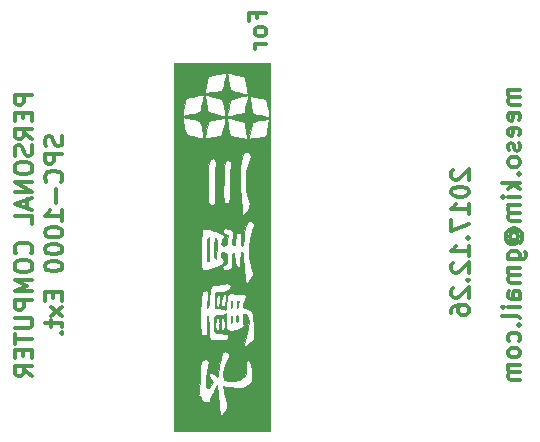
<source format=gbr>
G04 #@! TF.FileFunction,Legend,Bot*
%FSLAX46Y46*%
G04 Gerber Fmt 4.6, Leading zero omitted, Abs format (unit mm)*
G04 Created by KiCad (PCBNEW 4.0.7) date 12/26/17 02:37:40*
%MOMM*%
%LPD*%
G01*
G04 APERTURE LIST*
%ADD10C,0.100000*%
%ADD11C,0.300000*%
%ADD12C,0.010000*%
G04 APERTURE END LIST*
D10*
D11*
X206667571Y-72216857D02*
X205167571Y-72216857D01*
X205167571Y-72788285D01*
X205239000Y-72931143D01*
X205310429Y-73002571D01*
X205453286Y-73074000D01*
X205667571Y-73074000D01*
X205810429Y-73002571D01*
X205881857Y-72931143D01*
X205953286Y-72788285D01*
X205953286Y-72216857D01*
X205881857Y-73716857D02*
X205881857Y-74216857D01*
X206667571Y-74431143D02*
X206667571Y-73716857D01*
X205167571Y-73716857D01*
X205167571Y-74431143D01*
X206667571Y-75931143D02*
X205953286Y-75431143D01*
X206667571Y-75074000D02*
X205167571Y-75074000D01*
X205167571Y-75645428D01*
X205239000Y-75788286D01*
X205310429Y-75859714D01*
X205453286Y-75931143D01*
X205667571Y-75931143D01*
X205810429Y-75859714D01*
X205881857Y-75788286D01*
X205953286Y-75645428D01*
X205953286Y-75074000D01*
X206596143Y-76502571D02*
X206667571Y-76716857D01*
X206667571Y-77074000D01*
X206596143Y-77216857D01*
X206524714Y-77288286D01*
X206381857Y-77359714D01*
X206239000Y-77359714D01*
X206096143Y-77288286D01*
X206024714Y-77216857D01*
X205953286Y-77074000D01*
X205881857Y-76788286D01*
X205810429Y-76645428D01*
X205739000Y-76574000D01*
X205596143Y-76502571D01*
X205453286Y-76502571D01*
X205310429Y-76574000D01*
X205239000Y-76645428D01*
X205167571Y-76788286D01*
X205167571Y-77145428D01*
X205239000Y-77359714D01*
X205167571Y-78288285D02*
X205167571Y-78573999D01*
X205239000Y-78716857D01*
X205381857Y-78859714D01*
X205667571Y-78931142D01*
X206167571Y-78931142D01*
X206453286Y-78859714D01*
X206596143Y-78716857D01*
X206667571Y-78573999D01*
X206667571Y-78288285D01*
X206596143Y-78145428D01*
X206453286Y-78002571D01*
X206167571Y-77931142D01*
X205667571Y-77931142D01*
X205381857Y-78002571D01*
X205239000Y-78145428D01*
X205167571Y-78288285D01*
X206667571Y-79574000D02*
X205167571Y-79574000D01*
X206667571Y-80431143D01*
X205167571Y-80431143D01*
X206239000Y-81074000D02*
X206239000Y-81788286D01*
X206667571Y-80931143D02*
X205167571Y-81431143D01*
X206667571Y-81931143D01*
X206667571Y-83145429D02*
X206667571Y-82431143D01*
X205167571Y-82431143D01*
X206524714Y-85645429D02*
X206596143Y-85574000D01*
X206667571Y-85359714D01*
X206667571Y-85216857D01*
X206596143Y-85002572D01*
X206453286Y-84859714D01*
X206310429Y-84788286D01*
X206024714Y-84716857D01*
X205810429Y-84716857D01*
X205524714Y-84788286D01*
X205381857Y-84859714D01*
X205239000Y-85002572D01*
X205167571Y-85216857D01*
X205167571Y-85359714D01*
X205239000Y-85574000D01*
X205310429Y-85645429D01*
X205167571Y-86574000D02*
X205167571Y-86859714D01*
X205239000Y-87002572D01*
X205381857Y-87145429D01*
X205667571Y-87216857D01*
X206167571Y-87216857D01*
X206453286Y-87145429D01*
X206596143Y-87002572D01*
X206667571Y-86859714D01*
X206667571Y-86574000D01*
X206596143Y-86431143D01*
X206453286Y-86288286D01*
X206167571Y-86216857D01*
X205667571Y-86216857D01*
X205381857Y-86288286D01*
X205239000Y-86431143D01*
X205167571Y-86574000D01*
X206667571Y-87859715D02*
X205167571Y-87859715D01*
X206239000Y-88359715D01*
X205167571Y-88859715D01*
X206667571Y-88859715D01*
X206667571Y-89574001D02*
X205167571Y-89574001D01*
X205167571Y-90145429D01*
X205239000Y-90288287D01*
X205310429Y-90359715D01*
X205453286Y-90431144D01*
X205667571Y-90431144D01*
X205810429Y-90359715D01*
X205881857Y-90288287D01*
X205953286Y-90145429D01*
X205953286Y-89574001D01*
X205167571Y-91074001D02*
X206381857Y-91074001D01*
X206524714Y-91145429D01*
X206596143Y-91216858D01*
X206667571Y-91359715D01*
X206667571Y-91645429D01*
X206596143Y-91788287D01*
X206524714Y-91859715D01*
X206381857Y-91931144D01*
X205167571Y-91931144D01*
X205167571Y-92431144D02*
X205167571Y-93288287D01*
X206667571Y-92859716D02*
X205167571Y-92859716D01*
X205881857Y-93788287D02*
X205881857Y-94288287D01*
X206667571Y-94502573D02*
X206667571Y-93788287D01*
X205167571Y-93788287D01*
X205167571Y-94502573D01*
X206667571Y-96002573D02*
X205953286Y-95502573D01*
X206667571Y-95145430D02*
X205167571Y-95145430D01*
X205167571Y-95716858D01*
X205239000Y-95859716D01*
X205310429Y-95931144D01*
X205453286Y-96002573D01*
X205667571Y-96002573D01*
X205810429Y-95931144D01*
X205881857Y-95859716D01*
X205953286Y-95716858D01*
X205953286Y-95145430D01*
X209146143Y-75716858D02*
X209217571Y-75931144D01*
X209217571Y-76288287D01*
X209146143Y-76431144D01*
X209074714Y-76502573D01*
X208931857Y-76574001D01*
X208789000Y-76574001D01*
X208646143Y-76502573D01*
X208574714Y-76431144D01*
X208503286Y-76288287D01*
X208431857Y-76002573D01*
X208360429Y-75859715D01*
X208289000Y-75788287D01*
X208146143Y-75716858D01*
X208003286Y-75716858D01*
X207860429Y-75788287D01*
X207789000Y-75859715D01*
X207717571Y-76002573D01*
X207717571Y-76359715D01*
X207789000Y-76574001D01*
X209217571Y-77216858D02*
X207717571Y-77216858D01*
X207717571Y-77788286D01*
X207789000Y-77931144D01*
X207860429Y-78002572D01*
X208003286Y-78074001D01*
X208217571Y-78074001D01*
X208360429Y-78002572D01*
X208431857Y-77931144D01*
X208503286Y-77788286D01*
X208503286Y-77216858D01*
X209074714Y-79574001D02*
X209146143Y-79502572D01*
X209217571Y-79288286D01*
X209217571Y-79145429D01*
X209146143Y-78931144D01*
X209003286Y-78788286D01*
X208860429Y-78716858D01*
X208574714Y-78645429D01*
X208360429Y-78645429D01*
X208074714Y-78716858D01*
X207931857Y-78788286D01*
X207789000Y-78931144D01*
X207717571Y-79145429D01*
X207717571Y-79288286D01*
X207789000Y-79502572D01*
X207860429Y-79574001D01*
X208646143Y-80216858D02*
X208646143Y-81359715D01*
X209217571Y-82859715D02*
X209217571Y-82002572D01*
X209217571Y-82431144D02*
X207717571Y-82431144D01*
X207931857Y-82288287D01*
X208074714Y-82145429D01*
X208146143Y-82002572D01*
X207717571Y-83788286D02*
X207717571Y-83931143D01*
X207789000Y-84074000D01*
X207860429Y-84145429D01*
X208003286Y-84216858D01*
X208289000Y-84288286D01*
X208646143Y-84288286D01*
X208931857Y-84216858D01*
X209074714Y-84145429D01*
X209146143Y-84074000D01*
X209217571Y-83931143D01*
X209217571Y-83788286D01*
X209146143Y-83645429D01*
X209074714Y-83574000D01*
X208931857Y-83502572D01*
X208646143Y-83431143D01*
X208289000Y-83431143D01*
X208003286Y-83502572D01*
X207860429Y-83574000D01*
X207789000Y-83645429D01*
X207717571Y-83788286D01*
X207717571Y-85216857D02*
X207717571Y-85359714D01*
X207789000Y-85502571D01*
X207860429Y-85574000D01*
X208003286Y-85645429D01*
X208289000Y-85716857D01*
X208646143Y-85716857D01*
X208931857Y-85645429D01*
X209074714Y-85574000D01*
X209146143Y-85502571D01*
X209217571Y-85359714D01*
X209217571Y-85216857D01*
X209146143Y-85074000D01*
X209074714Y-85002571D01*
X208931857Y-84931143D01*
X208646143Y-84859714D01*
X208289000Y-84859714D01*
X208003286Y-84931143D01*
X207860429Y-85002571D01*
X207789000Y-85074000D01*
X207717571Y-85216857D01*
X207717571Y-86645428D02*
X207717571Y-86788285D01*
X207789000Y-86931142D01*
X207860429Y-87002571D01*
X208003286Y-87074000D01*
X208289000Y-87145428D01*
X208646143Y-87145428D01*
X208931857Y-87074000D01*
X209074714Y-87002571D01*
X209146143Y-86931142D01*
X209217571Y-86788285D01*
X209217571Y-86645428D01*
X209146143Y-86502571D01*
X209074714Y-86431142D01*
X208931857Y-86359714D01*
X208646143Y-86288285D01*
X208289000Y-86288285D01*
X208003286Y-86359714D01*
X207860429Y-86431142D01*
X207789000Y-86502571D01*
X207717571Y-86645428D01*
X208431857Y-88931142D02*
X208431857Y-89431142D01*
X209217571Y-89645428D02*
X209217571Y-88931142D01*
X207717571Y-88931142D01*
X207717571Y-89645428D01*
X209217571Y-90145428D02*
X208217571Y-90931142D01*
X208217571Y-90145428D02*
X209217571Y-90931142D01*
X208217571Y-91288285D02*
X208217571Y-91859714D01*
X207717571Y-91502571D02*
X209003286Y-91502571D01*
X209146143Y-91573999D01*
X209217571Y-91716857D01*
X209217571Y-91859714D01*
X209074714Y-92359714D02*
X209146143Y-92431142D01*
X209217571Y-92359714D01*
X209146143Y-92288285D01*
X209074714Y-92359714D01*
X209217571Y-92359714D01*
X225698857Y-65746429D02*
X225698857Y-65246429D01*
X226484571Y-65246429D02*
X224984571Y-65246429D01*
X224984571Y-65960715D01*
X226484571Y-66746429D02*
X226413143Y-66603571D01*
X226341714Y-66532143D01*
X226198857Y-66460714D01*
X225770286Y-66460714D01*
X225627429Y-66532143D01*
X225556000Y-66603571D01*
X225484571Y-66746429D01*
X225484571Y-66960714D01*
X225556000Y-67103571D01*
X225627429Y-67175000D01*
X225770286Y-67246429D01*
X226198857Y-67246429D01*
X226341714Y-67175000D01*
X226413143Y-67103571D01*
X226484571Y-66960714D01*
X226484571Y-66746429D01*
X226484571Y-67889286D02*
X225484571Y-67889286D01*
X225770286Y-67889286D02*
X225627429Y-67960714D01*
X225556000Y-68032143D01*
X225484571Y-68175000D01*
X225484571Y-68317857D01*
X242272429Y-78566144D02*
X242201000Y-78637573D01*
X242129571Y-78780430D01*
X242129571Y-79137573D01*
X242201000Y-79280430D01*
X242272429Y-79351859D01*
X242415286Y-79423287D01*
X242558143Y-79423287D01*
X242772429Y-79351859D01*
X243629571Y-78494716D01*
X243629571Y-79423287D01*
X242129571Y-80351858D02*
X242129571Y-80494715D01*
X242201000Y-80637572D01*
X242272429Y-80709001D01*
X242415286Y-80780430D01*
X242701000Y-80851858D01*
X243058143Y-80851858D01*
X243343857Y-80780430D01*
X243486714Y-80709001D01*
X243558143Y-80637572D01*
X243629571Y-80494715D01*
X243629571Y-80351858D01*
X243558143Y-80209001D01*
X243486714Y-80137572D01*
X243343857Y-80066144D01*
X243058143Y-79994715D01*
X242701000Y-79994715D01*
X242415286Y-80066144D01*
X242272429Y-80137572D01*
X242201000Y-80209001D01*
X242129571Y-80351858D01*
X243629571Y-82280429D02*
X243629571Y-81423286D01*
X243629571Y-81851858D02*
X242129571Y-81851858D01*
X242343857Y-81709001D01*
X242486714Y-81566143D01*
X242558143Y-81423286D01*
X242129571Y-82780429D02*
X242129571Y-83780429D01*
X243629571Y-83137572D01*
X243486714Y-84351857D02*
X243558143Y-84423285D01*
X243629571Y-84351857D01*
X243558143Y-84280428D01*
X243486714Y-84351857D01*
X243629571Y-84351857D01*
X243629571Y-85851857D02*
X243629571Y-84994714D01*
X243629571Y-85423286D02*
X242129571Y-85423286D01*
X242343857Y-85280429D01*
X242486714Y-85137571D01*
X242558143Y-84994714D01*
X242272429Y-86423285D02*
X242201000Y-86494714D01*
X242129571Y-86637571D01*
X242129571Y-86994714D01*
X242201000Y-87137571D01*
X242272429Y-87209000D01*
X242415286Y-87280428D01*
X242558143Y-87280428D01*
X242772429Y-87209000D01*
X243629571Y-86351857D01*
X243629571Y-87280428D01*
X243486714Y-87923285D02*
X243558143Y-87994713D01*
X243629571Y-87923285D01*
X243558143Y-87851856D01*
X243486714Y-87923285D01*
X243629571Y-87923285D01*
X242272429Y-88566142D02*
X242201000Y-88637571D01*
X242129571Y-88780428D01*
X242129571Y-89137571D01*
X242201000Y-89280428D01*
X242272429Y-89351857D01*
X242415286Y-89423285D01*
X242558143Y-89423285D01*
X242772429Y-89351857D01*
X243629571Y-88494714D01*
X243629571Y-89423285D01*
X242129571Y-90708999D02*
X242129571Y-90423285D01*
X242201000Y-90280428D01*
X242272429Y-90208999D01*
X242486714Y-90066142D01*
X242772429Y-89994713D01*
X243343857Y-89994713D01*
X243486714Y-90066142D01*
X243558143Y-90137570D01*
X243629571Y-90280428D01*
X243629571Y-90566142D01*
X243558143Y-90708999D01*
X243486714Y-90780428D01*
X243343857Y-90851856D01*
X242986714Y-90851856D01*
X242843857Y-90780428D01*
X242772429Y-90708999D01*
X242701000Y-90566142D01*
X242701000Y-90280428D01*
X242772429Y-90137570D01*
X242843857Y-90066142D01*
X242986714Y-89994713D01*
X247947571Y-71788286D02*
X246947571Y-71788286D01*
X247090429Y-71788286D02*
X247019000Y-71859714D01*
X246947571Y-72002572D01*
X246947571Y-72216857D01*
X247019000Y-72359714D01*
X247161857Y-72431143D01*
X247947571Y-72431143D01*
X247161857Y-72431143D02*
X247019000Y-72502572D01*
X246947571Y-72645429D01*
X246947571Y-72859714D01*
X247019000Y-73002572D01*
X247161857Y-73074000D01*
X247947571Y-73074000D01*
X247876143Y-74359714D02*
X247947571Y-74216857D01*
X247947571Y-73931143D01*
X247876143Y-73788286D01*
X247733286Y-73716857D01*
X247161857Y-73716857D01*
X247019000Y-73788286D01*
X246947571Y-73931143D01*
X246947571Y-74216857D01*
X247019000Y-74359714D01*
X247161857Y-74431143D01*
X247304714Y-74431143D01*
X247447571Y-73716857D01*
X247876143Y-75645428D02*
X247947571Y-75502571D01*
X247947571Y-75216857D01*
X247876143Y-75074000D01*
X247733286Y-75002571D01*
X247161857Y-75002571D01*
X247019000Y-75074000D01*
X246947571Y-75216857D01*
X246947571Y-75502571D01*
X247019000Y-75645428D01*
X247161857Y-75716857D01*
X247304714Y-75716857D01*
X247447571Y-75002571D01*
X247876143Y-76288285D02*
X247947571Y-76431142D01*
X247947571Y-76716857D01*
X247876143Y-76859714D01*
X247733286Y-76931142D01*
X247661857Y-76931142D01*
X247519000Y-76859714D01*
X247447571Y-76716857D01*
X247447571Y-76502571D01*
X247376143Y-76359714D01*
X247233286Y-76288285D01*
X247161857Y-76288285D01*
X247019000Y-76359714D01*
X246947571Y-76502571D01*
X246947571Y-76716857D01*
X247019000Y-76859714D01*
X247947571Y-77788286D02*
X247876143Y-77645428D01*
X247804714Y-77574000D01*
X247661857Y-77502571D01*
X247233286Y-77502571D01*
X247090429Y-77574000D01*
X247019000Y-77645428D01*
X246947571Y-77788286D01*
X246947571Y-78002571D01*
X247019000Y-78145428D01*
X247090429Y-78216857D01*
X247233286Y-78288286D01*
X247661857Y-78288286D01*
X247804714Y-78216857D01*
X247876143Y-78145428D01*
X247947571Y-78002571D01*
X247947571Y-77788286D01*
X247804714Y-78931143D02*
X247876143Y-79002571D01*
X247947571Y-78931143D01*
X247876143Y-78859714D01*
X247804714Y-78931143D01*
X247947571Y-78931143D01*
X247947571Y-79645429D02*
X246447571Y-79645429D01*
X247376143Y-79788286D02*
X247947571Y-80216857D01*
X246947571Y-80216857D02*
X247519000Y-79645429D01*
X247947571Y-80859715D02*
X246947571Y-80859715D01*
X246447571Y-80859715D02*
X246519000Y-80788286D01*
X246590429Y-80859715D01*
X246519000Y-80931143D01*
X246447571Y-80859715D01*
X246590429Y-80859715D01*
X247947571Y-81574001D02*
X246947571Y-81574001D01*
X247090429Y-81574001D02*
X247019000Y-81645429D01*
X246947571Y-81788287D01*
X246947571Y-82002572D01*
X247019000Y-82145429D01*
X247161857Y-82216858D01*
X247947571Y-82216858D01*
X247161857Y-82216858D02*
X247019000Y-82288287D01*
X246947571Y-82431144D01*
X246947571Y-82645429D01*
X247019000Y-82788287D01*
X247161857Y-82859715D01*
X247947571Y-82859715D01*
X247233286Y-84502572D02*
X247161857Y-84431144D01*
X247090429Y-84288287D01*
X247090429Y-84145429D01*
X247161857Y-84002572D01*
X247233286Y-83931144D01*
X247376143Y-83859715D01*
X247519000Y-83859715D01*
X247661857Y-83931144D01*
X247733286Y-84002572D01*
X247804714Y-84145429D01*
X247804714Y-84288287D01*
X247733286Y-84431144D01*
X247661857Y-84502572D01*
X247090429Y-84502572D02*
X247661857Y-84502572D01*
X247733286Y-84574001D01*
X247733286Y-84645429D01*
X247661857Y-84788287D01*
X247519000Y-84859715D01*
X247161857Y-84859715D01*
X246947571Y-84716858D01*
X246804714Y-84502572D01*
X246733286Y-84216858D01*
X246804714Y-83931144D01*
X246947571Y-83716858D01*
X247161857Y-83574001D01*
X247447571Y-83502572D01*
X247733286Y-83574001D01*
X247947571Y-83716858D01*
X248090429Y-83931144D01*
X248161857Y-84216858D01*
X248090429Y-84502572D01*
X247947571Y-84716858D01*
X246947571Y-86145429D02*
X248161857Y-86145429D01*
X248304714Y-86074000D01*
X248376143Y-86002572D01*
X248447571Y-85859715D01*
X248447571Y-85645429D01*
X248376143Y-85502572D01*
X247876143Y-86145429D02*
X247947571Y-86002572D01*
X247947571Y-85716858D01*
X247876143Y-85574000D01*
X247804714Y-85502572D01*
X247661857Y-85431143D01*
X247233286Y-85431143D01*
X247090429Y-85502572D01*
X247019000Y-85574000D01*
X246947571Y-85716858D01*
X246947571Y-86002572D01*
X247019000Y-86145429D01*
X247947571Y-86859715D02*
X246947571Y-86859715D01*
X247090429Y-86859715D02*
X247019000Y-86931143D01*
X246947571Y-87074001D01*
X246947571Y-87288286D01*
X247019000Y-87431143D01*
X247161857Y-87502572D01*
X247947571Y-87502572D01*
X247161857Y-87502572D02*
X247019000Y-87574001D01*
X246947571Y-87716858D01*
X246947571Y-87931143D01*
X247019000Y-88074001D01*
X247161857Y-88145429D01*
X247947571Y-88145429D01*
X247947571Y-89502572D02*
X247161857Y-89502572D01*
X247019000Y-89431143D01*
X246947571Y-89288286D01*
X246947571Y-89002572D01*
X247019000Y-88859715D01*
X247876143Y-89502572D02*
X247947571Y-89359715D01*
X247947571Y-89002572D01*
X247876143Y-88859715D01*
X247733286Y-88788286D01*
X247590429Y-88788286D01*
X247447571Y-88859715D01*
X247376143Y-89002572D01*
X247376143Y-89359715D01*
X247304714Y-89502572D01*
X247947571Y-90216858D02*
X246947571Y-90216858D01*
X246447571Y-90216858D02*
X246519000Y-90145429D01*
X246590429Y-90216858D01*
X246519000Y-90288286D01*
X246447571Y-90216858D01*
X246590429Y-90216858D01*
X247947571Y-91145430D02*
X247876143Y-91002572D01*
X247733286Y-90931144D01*
X246447571Y-90931144D01*
X247804714Y-91716858D02*
X247876143Y-91788286D01*
X247947571Y-91716858D01*
X247876143Y-91645429D01*
X247804714Y-91716858D01*
X247947571Y-91716858D01*
X247876143Y-93074001D02*
X247947571Y-92931144D01*
X247947571Y-92645430D01*
X247876143Y-92502572D01*
X247804714Y-92431144D01*
X247661857Y-92359715D01*
X247233286Y-92359715D01*
X247090429Y-92431144D01*
X247019000Y-92502572D01*
X246947571Y-92645430D01*
X246947571Y-92931144D01*
X247019000Y-93074001D01*
X247947571Y-93931144D02*
X247876143Y-93788286D01*
X247804714Y-93716858D01*
X247661857Y-93645429D01*
X247233286Y-93645429D01*
X247090429Y-93716858D01*
X247019000Y-93788286D01*
X246947571Y-93931144D01*
X246947571Y-94145429D01*
X247019000Y-94288286D01*
X247090429Y-94359715D01*
X247233286Y-94431144D01*
X247661857Y-94431144D01*
X247804714Y-94359715D01*
X247876143Y-94288286D01*
X247947571Y-94145429D01*
X247947571Y-93931144D01*
X247947571Y-95074001D02*
X246947571Y-95074001D01*
X247090429Y-95074001D02*
X247019000Y-95145429D01*
X246947571Y-95288287D01*
X246947571Y-95502572D01*
X247019000Y-95645429D01*
X247161857Y-95716858D01*
X247947571Y-95716858D01*
X247161857Y-95716858D02*
X247019000Y-95788287D01*
X246947571Y-95931144D01*
X246947571Y-96145429D01*
X247019000Y-96288287D01*
X247161857Y-96359715D01*
X247947571Y-96359715D01*
D12*
G36*
X226822000Y-100711000D02*
X226822000Y-69532500D01*
X225124857Y-69532500D01*
X225124857Y-72326500D01*
X225218363Y-72338170D01*
X225396575Y-72368947D01*
X225627803Y-72412482D01*
X225880358Y-72462426D01*
X226122550Y-72512430D01*
X226322689Y-72556144D01*
X226449087Y-72587220D01*
X226476481Y-72597305D01*
X226490724Y-72659499D01*
X226521929Y-72816788D01*
X226564519Y-73039284D01*
X226612913Y-73297100D01*
X226661535Y-73560346D01*
X226704805Y-73799135D01*
X226737146Y-73983579D01*
X226750283Y-74064281D01*
X226705849Y-74092681D01*
X226683300Y-74089785D01*
X226683300Y-74234425D01*
X226744122Y-74253206D01*
X226739013Y-74322052D01*
X226735606Y-74333354D01*
X226704625Y-74453062D01*
X226658088Y-74655268D01*
X226605627Y-74897993D01*
X226601385Y-74918276D01*
X226553500Y-75167641D01*
X226518869Y-75385698D01*
X226504558Y-75527603D01*
X226504500Y-75533122D01*
X226461193Y-75668395D01*
X226393375Y-75716999D01*
X226252330Y-75750771D01*
X226040454Y-75791409D01*
X225789007Y-75834150D01*
X225529248Y-75874234D01*
X225292437Y-75906897D01*
X225109836Y-75927379D01*
X225012703Y-75930916D01*
X225005286Y-75928452D01*
X225005567Y-75856837D01*
X225033624Y-75693489D01*
X225083826Y-75469200D01*
X225104270Y-75387148D01*
X225165628Y-75127800D01*
X225211432Y-74897948D01*
X225233595Y-74739206D01*
X225234500Y-74716792D01*
X225237566Y-74635375D01*
X225257370Y-74571533D01*
X225309820Y-74519583D01*
X225410821Y-74473841D01*
X225576282Y-74428623D01*
X225822109Y-74378246D01*
X226164210Y-74317026D01*
X226527596Y-74254771D01*
X226683300Y-74234425D01*
X226683300Y-74089785D01*
X226615625Y-74081091D01*
X226488686Y-74051621D01*
X226276302Y-74006745D01*
X226017808Y-73954701D01*
X225933000Y-73938117D01*
X225679600Y-73882641D01*
X225471733Y-73825515D01*
X225343133Y-73776442D01*
X225322678Y-73762556D01*
X225280902Y-73669417D01*
X225233204Y-73485676D01*
X225188416Y-73246869D01*
X225178855Y-73183750D01*
X225139047Y-72918805D01*
X225100685Y-72682170D01*
X225071094Y-72518706D01*
X225067398Y-72501125D01*
X225057225Y-72370144D01*
X225112583Y-72326993D01*
X225124857Y-72326500D01*
X225124857Y-69532500D01*
X223157751Y-69532500D01*
X223157751Y-70381581D01*
X223226800Y-70382521D01*
X223389151Y-70405753D01*
X223614315Y-70445187D01*
X223871808Y-70494730D01*
X224131141Y-70548291D01*
X224361830Y-70599779D01*
X224533386Y-70643103D01*
X224615324Y-70672172D01*
X224616383Y-70673018D01*
X224646910Y-70749001D01*
X224691426Y-70917950D01*
X224743416Y-71147496D01*
X224796364Y-71405271D01*
X224843756Y-71658908D01*
X224879078Y-71876036D01*
X224895814Y-72024289D01*
X224895537Y-72059979D01*
X224869375Y-72111614D01*
X224869375Y-72267184D01*
X224905629Y-72285972D01*
X224911977Y-72364804D01*
X224886702Y-72524037D01*
X224828089Y-72784024D01*
X224824575Y-72798693D01*
X224763835Y-73063284D01*
X224707214Y-73328810D01*
X224680069Y-73467591D01*
X224659032Y-73583752D01*
X224632546Y-73667506D01*
X224580889Y-73728667D01*
X224484336Y-73777049D01*
X224323164Y-73822466D01*
X224077650Y-73874734D01*
X223728068Y-73943667D01*
X223720214Y-73945217D01*
X223476089Y-73989151D01*
X223283061Y-74015903D01*
X223229433Y-74018612D01*
X223229433Y-74191726D01*
X223399536Y-74217031D01*
X223641669Y-74263780D01*
X223921200Y-74325413D01*
X224649190Y-74494704D01*
X224694125Y-74914296D01*
X224725389Y-75152350D01*
X224762087Y-75354645D01*
X224792254Y-75465319D01*
X224834214Y-75630130D01*
X224849474Y-75779312D01*
X224842400Y-75901146D01*
X224788488Y-75938617D01*
X224774836Y-75936509D01*
X224774836Y-77041288D01*
X224918183Y-77089633D01*
X225089579Y-77243063D01*
X225153430Y-77456712D01*
X225108655Y-77721565D01*
X225017788Y-77922376D01*
X224883081Y-78259420D01*
X224790611Y-78685720D01*
X224741132Y-79170497D01*
X224735398Y-79682971D01*
X224774165Y-80192366D01*
X224858187Y-80667900D01*
X224943279Y-80961145D01*
X225025203Y-81200633D01*
X225067679Y-81361291D01*
X225073525Y-81484049D01*
X225045559Y-81609839D01*
X224997530Y-81749098D01*
X224995174Y-81754246D01*
X224995174Y-82882151D01*
X225173073Y-82889821D01*
X225322496Y-83003511D01*
X225326149Y-83008629D01*
X225386480Y-83102864D01*
X225414081Y-83189715D01*
X225406459Y-83300337D01*
X225361122Y-83465890D01*
X225275576Y-83717532D01*
X225267618Y-83740319D01*
X225077729Y-84458238D01*
X224996204Y-85198175D01*
X225023505Y-85933836D01*
X225160097Y-86638927D01*
X225213509Y-86813815D01*
X225293589Y-87062415D01*
X225335576Y-87227020D01*
X225342211Y-87343892D01*
X225316233Y-87449293D01*
X225269775Y-87558681D01*
X225163073Y-87752473D01*
X225030991Y-87935071D01*
X224900437Y-88074074D01*
X224798323Y-88137080D01*
X224788640Y-88138000D01*
X224730378Y-88084327D01*
X224697783Y-87995125D01*
X224671489Y-87829750D01*
X224641422Y-87571373D01*
X224610452Y-87253819D01*
X224581455Y-86910911D01*
X224557303Y-86576473D01*
X224540869Y-86284329D01*
X224535027Y-86079096D01*
X224518945Y-85786115D01*
X224473425Y-85607158D01*
X224399921Y-85546347D01*
X224352599Y-85561862D01*
X224316148Y-85647191D01*
X224291724Y-85837086D01*
X224282054Y-86109450D01*
X224282000Y-86133722D01*
X224270046Y-86458037D01*
X224230920Y-86667146D01*
X224159727Y-86770875D01*
X224051568Y-86779049D01*
X223976225Y-86747275D01*
X223912050Y-86691287D01*
X223867348Y-86587324D01*
X223834737Y-86408775D01*
X223807715Y-86139618D01*
X223780074Y-85866165D01*
X223749016Y-85698782D01*
X223709006Y-85616557D01*
X223664397Y-85598000D01*
X223619010Y-85614720D01*
X223593159Y-85679791D01*
X223584364Y-85815573D01*
X223590143Y-86044429D01*
X223597657Y-86199498D01*
X223607235Y-86527432D01*
X223587399Y-86751873D01*
X223526044Y-86895147D01*
X223411065Y-86979577D01*
X223230355Y-87027486D01*
X223141414Y-87040829D01*
X223122980Y-87041871D01*
X223122980Y-88176616D01*
X223331773Y-88199599D01*
X223440070Y-88298777D01*
X223456500Y-88389040D01*
X223409622Y-88611501D01*
X223265377Y-88768557D01*
X223018342Y-88863463D01*
X222920884Y-88873341D01*
X222920884Y-89099432D01*
X222975326Y-89111573D01*
X223041002Y-89159689D01*
X223069394Y-89254987D01*
X223061900Y-89421491D01*
X223019916Y-89683230D01*
X223011256Y-89729419D01*
X222943895Y-89983422D01*
X222860372Y-90113946D01*
X222758366Y-90123758D01*
X222707640Y-90091055D01*
X222659553Y-90009812D01*
X222646855Y-89858277D01*
X222664009Y-89634313D01*
X222719379Y-89332887D01*
X222804967Y-89154656D01*
X222920884Y-89099432D01*
X222920884Y-88873341D01*
X222663096Y-88899473D01*
X222605280Y-88900000D01*
X222422227Y-88900000D01*
X222422227Y-89106107D01*
X222504907Y-89118423D01*
X222550448Y-89250089D01*
X222558043Y-89499816D01*
X222551817Y-89611685D01*
X222527717Y-89840918D01*
X222494655Y-90020732D01*
X222459731Y-90112657D01*
X222459271Y-90113128D01*
X222354768Y-90145659D01*
X222292368Y-90133537D01*
X222222701Y-90045830D01*
X222185914Y-89875584D01*
X222181536Y-89662799D01*
X222209094Y-89447480D01*
X222268116Y-89269628D01*
X222303216Y-89214431D01*
X222422227Y-89106107D01*
X222422227Y-88900000D01*
X222192254Y-88900000D01*
X222146305Y-89138125D01*
X222121683Y-89327841D01*
X222103310Y-89584873D01*
X222095802Y-89820750D01*
X222091250Y-90265250D01*
X222472250Y-90301831D01*
X222695456Y-90329225D01*
X222877394Y-90362114D01*
X222958302Y-90385669D01*
X223009794Y-90393997D01*
X223045404Y-90349522D01*
X223071186Y-90230980D01*
X223093192Y-90017112D01*
X223104303Y-89872838D01*
X223128114Y-89526361D01*
X223151914Y-89287016D01*
X223193357Y-89136170D01*
X223270095Y-89055191D01*
X223399781Y-89025445D01*
X223600068Y-89028299D01*
X223888492Y-89045114D01*
X224179637Y-89063657D01*
X224431126Y-89085941D01*
X224611020Y-89108779D01*
X224678875Y-89124003D01*
X224772008Y-89216970D01*
X224776903Y-89363866D01*
X224695082Y-89528771D01*
X224659999Y-89569943D01*
X224552288Y-89769068D01*
X224517124Y-89984244D01*
X224514803Y-90156833D01*
X224548820Y-90243006D01*
X224648559Y-90283155D01*
X224747671Y-90301198D01*
X224956992Y-90358961D01*
X225119794Y-90462217D01*
X225240877Y-90624341D01*
X225325040Y-90858706D01*
X225377082Y-91178686D01*
X225401804Y-91597653D01*
X225404003Y-92128981D01*
X225403990Y-92130039D01*
X225393250Y-92978829D01*
X225159938Y-93180358D01*
X224947327Y-93348496D01*
X224759725Y-93468770D01*
X224621545Y-93527231D01*
X224563807Y-93520974D01*
X224564812Y-93448159D01*
X224598136Y-93284278D01*
X224657243Y-93059174D01*
X224687847Y-92954670D01*
X224843328Y-92375393D01*
X224938434Y-91873884D01*
X224973440Y-91456261D01*
X224948626Y-91128641D01*
X224864269Y-90897142D01*
X224720646Y-90767881D01*
X224587363Y-90741500D01*
X224520709Y-90760542D01*
X224485830Y-90836934D01*
X224473334Y-90999570D01*
X224472500Y-91094924D01*
X224483564Y-91314650D01*
X224511934Y-91495845D01*
X224535772Y-91566574D01*
X224573416Y-91731263D01*
X224495350Y-91873800D01*
X224298537Y-91996539D01*
X223979942Y-92101838D01*
X223789928Y-92145425D01*
X223555211Y-92187074D01*
X223399651Y-92192472D01*
X223280533Y-92161084D01*
X223234188Y-92138466D01*
X223135819Y-92070641D01*
X223089225Y-91977555D01*
X223078443Y-91816749D01*
X223080403Y-91729436D01*
X223085015Y-91470431D01*
X223085030Y-91175573D01*
X223083127Y-91039524D01*
X223076858Y-90834381D01*
X223060838Y-90733971D01*
X223022808Y-90716050D01*
X222950505Y-90758375D01*
X222934370Y-90769649D01*
X222782868Y-90831273D01*
X222771781Y-90833105D01*
X222771781Y-91066512D01*
X222848981Y-91080325D01*
X222902282Y-91129021D01*
X222933306Y-91240969D01*
X222946812Y-91440973D01*
X222948500Y-91598750D01*
X222942647Y-91858205D01*
X222921915Y-92015867D01*
X222881543Y-92096537D01*
X222848981Y-92117174D01*
X222726851Y-92118706D01*
X222646681Y-92010001D01*
X222606371Y-91786666D01*
X222600439Y-91597404D01*
X222619377Y-91304907D01*
X222675705Y-91129578D01*
X222771781Y-91066512D01*
X222771781Y-90833105D01*
X222574181Y-90865767D01*
X222502007Y-90868500D01*
X222327629Y-90876729D01*
X222327629Y-91066390D01*
X222404481Y-91080325D01*
X222461450Y-91162360D01*
X222497531Y-91330850D01*
X222512725Y-91546981D01*
X222507030Y-91771937D01*
X222480448Y-91966904D01*
X222432977Y-92093066D01*
X222404481Y-92117174D01*
X222282318Y-92118526D01*
X222201879Y-92009392D01*
X222161077Y-91785439D01*
X222154750Y-91598779D01*
X222173264Y-91305389D01*
X222230197Y-91129366D01*
X222327629Y-91066390D01*
X222327629Y-90876729D01*
X222275549Y-90879187D01*
X222125871Y-90924857D01*
X222039996Y-91025920D01*
X222004949Y-91202785D01*
X222007755Y-91475864D01*
X222017551Y-91630540D01*
X222043094Y-91898850D01*
X222076427Y-92123222D01*
X222112053Y-92270323D01*
X222128612Y-92304012D01*
X222234697Y-92353914D01*
X222447007Y-92389801D01*
X222677593Y-92405805D01*
X222985024Y-92431991D01*
X223176679Y-92487203D01*
X223261940Y-92578915D01*
X223250188Y-92714600D01*
X223199661Y-92821672D01*
X223150770Y-92900195D01*
X223093043Y-92950639D01*
X222999930Y-92979214D01*
X222996838Y-92979471D01*
X222996838Y-93931983D01*
X223160904Y-93990442D01*
X223213213Y-94040961D01*
X223288538Y-94146863D01*
X223318649Y-94246554D01*
X223300285Y-94371808D01*
X223230183Y-94554395D01*
X223140314Y-94751020D01*
X223001029Y-95095884D01*
X222899978Y-95442037D01*
X222840616Y-95764933D01*
X222826396Y-96040027D01*
X222860774Y-96242771D01*
X222918025Y-96330558D01*
X223037099Y-96374498D01*
X223257812Y-96404501D01*
X223537150Y-96416906D01*
X223820304Y-96414270D01*
X224020887Y-96392727D01*
X224182884Y-96343970D01*
X224340539Y-96265198D01*
X224521979Y-96139397D01*
X224647935Y-95984698D01*
X224727630Y-95776972D01*
X224770289Y-95492085D01*
X224785133Y-95105906D01*
X224785169Y-95101833D01*
X224792518Y-94819380D01*
X224810295Y-94648038D01*
X224840961Y-94572168D01*
X224869375Y-94566772D01*
X224974815Y-94660436D01*
X225073353Y-94852765D01*
X225159645Y-95115431D01*
X225228349Y-95420109D01*
X225274122Y-95738472D01*
X225291621Y-96042194D01*
X225275502Y-96302948D01*
X225229208Y-96474504D01*
X225101758Y-96637641D01*
X224889771Y-96796215D01*
X224634064Y-96925260D01*
X224375451Y-96999811D01*
X224368735Y-97000846D01*
X224121635Y-97017821D01*
X223799132Y-97012643D01*
X223450373Y-96987984D01*
X223124506Y-96946520D01*
X223019397Y-96927418D01*
X222804545Y-96884097D01*
X222850937Y-97194173D01*
X222893819Y-97409841D01*
X222963521Y-97688778D01*
X223045718Y-97974102D01*
X223054024Y-98000637D01*
X223143206Y-98322148D01*
X223172292Y-98562897D01*
X223136845Y-98756278D01*
X223032430Y-98935682D01*
X222911180Y-99075875D01*
X222784310Y-99206946D01*
X222688927Y-99285904D01*
X222618746Y-99301471D01*
X222567481Y-99242368D01*
X222528845Y-99097320D01*
X222496552Y-98855049D01*
X222464316Y-98504279D01*
X222442180Y-98234500D01*
X222413171Y-97888838D01*
X222384068Y-97562452D01*
X222358054Y-97289812D01*
X222338314Y-97105389D01*
X222336603Y-97091500D01*
X222300593Y-96805750D01*
X222136664Y-97123250D01*
X222019863Y-97368823D01*
X221897753Y-97654941D01*
X221833106Y-97821750D01*
X221747295Y-98035339D01*
X221672912Y-98155149D01*
X221587654Y-98209835D01*
X221520413Y-98223501D01*
X221272408Y-98208202D01*
X221071642Y-98111601D01*
X220950258Y-97951498D01*
X220935209Y-97899420D01*
X220865449Y-97741864D01*
X220774501Y-97677476D01*
X220698986Y-97636520D01*
X220725351Y-97599901D01*
X220758501Y-97517158D01*
X220785467Y-97312682D01*
X220806392Y-96984809D01*
X220821421Y-96531878D01*
X220822487Y-96485031D01*
X220832900Y-96108085D01*
X220846477Y-95756563D01*
X220861854Y-95458375D01*
X220877666Y-95241430D01*
X220887370Y-95158195D01*
X220966174Y-94872770D01*
X221089086Y-94681414D01*
X221244417Y-94593941D01*
X221420473Y-94620168D01*
X221483892Y-94657369D01*
X221584841Y-94777741D01*
X221607492Y-94954847D01*
X221552706Y-95207666D01*
X221514003Y-95321391D01*
X221467369Y-95505421D01*
X221424392Y-95773510D01*
X221391208Y-96082742D01*
X221378705Y-96267213D01*
X221365826Y-96576184D01*
X221366440Y-96783182D01*
X221382718Y-96912728D01*
X221416827Y-96989343D01*
X221445170Y-97018805D01*
X221545039Y-97070131D01*
X221636996Y-97033298D01*
X221739181Y-96895646D01*
X221810812Y-96763586D01*
X221941310Y-96507789D01*
X221778155Y-96272356D01*
X221653181Y-96045264D01*
X221614155Y-95868274D01*
X221651311Y-95756678D01*
X221754884Y-95725770D01*
X221915110Y-95790843D01*
X222029788Y-95878271D01*
X222203701Y-96014537D01*
X222324630Y-96075765D01*
X222376235Y-96054126D01*
X222377000Y-96044622D01*
X222387182Y-95920538D01*
X222414643Y-95707899D01*
X222454756Y-95434798D01*
X222502892Y-95129328D01*
X222554422Y-94819580D01*
X222604720Y-94533649D01*
X222649156Y-94299625D01*
X222683103Y-94145603D01*
X222696974Y-94102376D01*
X222826652Y-93971143D01*
X222996838Y-93931983D01*
X222996838Y-92979471D01*
X222844879Y-92992134D01*
X222601340Y-92995611D01*
X222455639Y-92995750D01*
X222136226Y-92990932D01*
X221920553Y-92974453D01*
X221785653Y-92943275D01*
X221711444Y-92897323D01*
X221670412Y-92830585D01*
X221640680Y-92712517D01*
X221620096Y-92523904D01*
X221606507Y-92245528D01*
X221598216Y-91886553D01*
X221589498Y-91511848D01*
X221576373Y-91247170D01*
X221556961Y-91075571D01*
X221529380Y-90980103D01*
X221493648Y-90944404D01*
X221456200Y-90949568D01*
X221433899Y-91007656D01*
X221425504Y-91137218D01*
X221429775Y-91356805D01*
X221444866Y-91673756D01*
X221460220Y-92032035D01*
X221457895Y-92282649D01*
X221432797Y-92444311D01*
X221379833Y-92535730D01*
X221293908Y-92575618D01*
X221197325Y-92583000D01*
X221103733Y-92576057D01*
X221030922Y-92545878D01*
X220976362Y-92478436D01*
X220937527Y-92359704D01*
X220911886Y-92175656D01*
X220896911Y-91912265D01*
X220890075Y-91555504D01*
X220888848Y-91091346D01*
X220889355Y-90874553D01*
X220893802Y-90304180D01*
X220904547Y-89848016D01*
X220923519Y-89493345D01*
X220952647Y-89227452D01*
X220993862Y-89037621D01*
X221049092Y-88911135D01*
X221120268Y-88835280D01*
X221204383Y-88798540D01*
X221371150Y-88771002D01*
X221474871Y-88801606D01*
X221526254Y-88908191D01*
X221536007Y-89108594D01*
X221522646Y-89328708D01*
X221498969Y-89597400D01*
X221473818Y-89843636D01*
X221452333Y-90017410D01*
X221450858Y-90027125D01*
X221448768Y-90176800D01*
X221486988Y-90231341D01*
X221541953Y-90179329D01*
X221574492Y-90087033D01*
X221593164Y-89965704D01*
X221615354Y-89750176D01*
X221638025Y-89473081D01*
X221654747Y-89224448D01*
X221681033Y-88869895D01*
X221716649Y-88623091D01*
X221772321Y-88464795D01*
X221858776Y-88375763D01*
X221986740Y-88336753D01*
X222154157Y-88328500D01*
X222372907Y-88311774D01*
X222641025Y-88268766D01*
X222814554Y-88230043D01*
X223122980Y-88176616D01*
X223122980Y-87041871D01*
X222955228Y-87051357D01*
X222844079Y-87011512D01*
X222793014Y-86956975D01*
X222747631Y-86818033D01*
X222785000Y-86688063D01*
X222887161Y-86616841D01*
X222916750Y-86614000D01*
X223029952Y-86554360D01*
X223104507Y-86380592D01*
X223137557Y-86100418D01*
X223139000Y-86013352D01*
X223133529Y-85807374D01*
X223107120Y-85691180D01*
X223044773Y-85627692D01*
X222969299Y-85593836D01*
X222780946Y-85548522D01*
X222679118Y-85594586D01*
X222656335Y-85738011D01*
X222669463Y-85833702D01*
X222720782Y-86013137D01*
X222788755Y-86144394D01*
X222799496Y-86156567D01*
X222883423Y-86297974D01*
X222849541Y-86440305D01*
X222695305Y-86586679D01*
X222418171Y-86740213D01*
X222270107Y-86805259D01*
X221984578Y-86909058D01*
X221688021Y-86992796D01*
X221439941Y-87039926D01*
X221418283Y-87042154D01*
X221266591Y-87054120D01*
X221147400Y-87050577D01*
X221057259Y-87018367D01*
X220992721Y-86944329D01*
X220950335Y-86815302D01*
X220926652Y-86618126D01*
X220918224Y-86339642D01*
X220921601Y-85966689D01*
X220933333Y-85486107D01*
X220940731Y-85220092D01*
X220956424Y-84748434D01*
X220975040Y-84338336D01*
X220995606Y-84004392D01*
X221017148Y-83761195D01*
X221038695Y-83623342D01*
X221048824Y-83598804D01*
X221184529Y-83545487D01*
X221413399Y-83549333D01*
X221716619Y-83607592D01*
X222075375Y-83717510D01*
X222214843Y-83769331D01*
X222536139Y-83903000D01*
X222745052Y-84014570D01*
X222852172Y-84113671D01*
X222868089Y-84209934D01*
X222807582Y-84308407D01*
X222738720Y-84441690D01*
X222691175Y-84637324D01*
X222683252Y-84709000D01*
X222675159Y-84884015D01*
X222697448Y-84965192D01*
X222769848Y-84985245D01*
X222847547Y-84981402D01*
X222990878Y-84959803D01*
X223080263Y-84902319D01*
X223133427Y-84781733D01*
X223168092Y-84570832D01*
X223178937Y-84472533D01*
X223219664Y-84082876D01*
X222984242Y-83984510D01*
X222827867Y-83902093D01*
X222768958Y-83813471D01*
X222769285Y-83743225D01*
X222844368Y-83597846D01*
X223001752Y-83527571D01*
X223217406Y-83538055D01*
X223391108Y-83596896D01*
X223579572Y-83709255D01*
X223675212Y-83850794D01*
X223689577Y-84051164D01*
X223651972Y-84266575D01*
X223597611Y-84567712D01*
X223587559Y-84794493D01*
X223621273Y-84930480D01*
X223675002Y-84963000D01*
X223745327Y-84952574D01*
X223791452Y-84904034D01*
X223823303Y-84791487D01*
X223850803Y-84589039D01*
X223863389Y-84471490D01*
X223896620Y-84194774D01*
X223934517Y-84021251D01*
X223989057Y-83927323D01*
X224072215Y-83889394D01*
X224161793Y-83883500D01*
X224269080Y-83894754D01*
X224330353Y-83945316D01*
X224354560Y-84060380D01*
X224350652Y-84265141D01*
X224342233Y-84391500D01*
X224324517Y-84674300D01*
X224322712Y-84853329D01*
X224339310Y-84951105D01*
X224376804Y-84990145D01*
X224409000Y-84994750D01*
X224487847Y-84936681D01*
X224521860Y-84804250D01*
X224572421Y-84316603D01*
X224628373Y-83879988D01*
X224686924Y-83510793D01*
X224745280Y-83225406D01*
X224800648Y-83040212D01*
X224832356Y-82982780D01*
X224995174Y-82882151D01*
X224995174Y-81754246D01*
X224895525Y-81972017D01*
X224763774Y-82178439D01*
X224626002Y-82337547D01*
X224505931Y-82418524D01*
X224478773Y-82423000D01*
X224435656Y-82364795D01*
X224411696Y-82210176D01*
X224409000Y-82119709D01*
X224400942Y-81903593D01*
X224379741Y-81620484D01*
X224349859Y-81329165D01*
X224347569Y-81310084D01*
X224294105Y-80740022D01*
X224260316Y-80100744D01*
X224247305Y-79442480D01*
X224256178Y-78815457D01*
X224282200Y-78338924D01*
X224335819Y-77846024D01*
X224409588Y-77474337D01*
X224505811Y-77219337D01*
X224626792Y-77076496D01*
X224774836Y-77041288D01*
X224774836Y-75936509D01*
X224650120Y-75917248D01*
X224647125Y-75916591D01*
X224485286Y-75881810D01*
X224246296Y-75831300D01*
X223977377Y-75775032D01*
X223932890Y-75765779D01*
X223425030Y-75660250D01*
X223272913Y-74944393D01*
X223215808Y-74658777D01*
X223199428Y-74563291D01*
X223199428Y-77724000D01*
X223378233Y-77774757D01*
X223482116Y-77918654D01*
X223506555Y-78143129D01*
X223451033Y-78422919D01*
X223427908Y-78563033D01*
X223408724Y-78811041D01*
X223394324Y-79147874D01*
X223385550Y-79554461D01*
X223383156Y-79958232D01*
X223382066Y-80433130D01*
X223375731Y-80795082D01*
X223360885Y-81058129D01*
X223334261Y-81236309D01*
X223292595Y-81343661D01*
X223232620Y-81394224D01*
X223151071Y-81402039D01*
X223051752Y-81382932D01*
X222979848Y-81353093D01*
X222924103Y-81294878D01*
X222883131Y-81194669D01*
X222855545Y-81038848D01*
X222839960Y-80813798D01*
X222834990Y-80505901D01*
X222839250Y-80101538D01*
X222851352Y-79587094D01*
X222855123Y-79450921D01*
X222871875Y-78933005D01*
X222891245Y-78528525D01*
X222915936Y-78223916D01*
X222948653Y-78005615D01*
X222992100Y-77860058D01*
X223048981Y-77773679D01*
X223122002Y-77732916D01*
X223199428Y-77724000D01*
X223199428Y-74563291D01*
X223174972Y-74420725D01*
X223154421Y-74256298D01*
X223157003Y-74192330D01*
X223229433Y-74191726D01*
X223229433Y-74018612D01*
X223171954Y-74021517D01*
X223157755Y-74017421D01*
X223158122Y-73947026D01*
X223182806Y-73784735D01*
X223225085Y-73561804D01*
X223278240Y-73309486D01*
X223335551Y-73059038D01*
X223390298Y-72841712D01*
X223435761Y-72688764D01*
X223452321Y-72647377D01*
X223524677Y-72605156D01*
X223691128Y-72545343D01*
X223921403Y-72476061D01*
X224185228Y-72405432D01*
X224452330Y-72341578D01*
X224692435Y-72292621D01*
X224869375Y-72267184D01*
X224869375Y-72111614D01*
X224855037Y-72139913D01*
X224835720Y-72147935D01*
X224756825Y-72137057D01*
X224581918Y-72103557D01*
X224338824Y-72052980D01*
X224119439Y-72005169D01*
X223815463Y-71934137D01*
X223614989Y-71876392D01*
X223496425Y-71823300D01*
X223438180Y-71766223D01*
X223423258Y-71726713D01*
X223325022Y-71283495D01*
X223246961Y-70915232D01*
X223191471Y-70634062D01*
X223160947Y-70452121D01*
X223157751Y-70381581D01*
X223157751Y-69532500D01*
X223027875Y-69532500D01*
X223027875Y-70358241D01*
X223059101Y-70366030D01*
X223071064Y-70405383D01*
X223061494Y-70499665D01*
X223028124Y-70672243D01*
X222972419Y-70929500D01*
X222913198Y-71196247D01*
X222856866Y-71445599D01*
X222815215Y-71625381D01*
X222813871Y-71631014D01*
X222760030Y-71856279D01*
X222024718Y-71970926D01*
X221735163Y-72013970D01*
X221495268Y-72045657D01*
X221330541Y-72062890D01*
X221266736Y-72062903D01*
X221269276Y-71995393D01*
X221293449Y-71829552D01*
X221335068Y-71591397D01*
X221382030Y-71346528D01*
X221443712Y-71043965D01*
X221491978Y-70842795D01*
X221537081Y-70719635D01*
X221589268Y-70651102D01*
X221658792Y-70613813D01*
X221710371Y-70597497D01*
X221841120Y-70566430D01*
X222051352Y-70523509D01*
X222305130Y-70475261D01*
X222566517Y-70428213D01*
X222799575Y-70388890D01*
X222968365Y-70363818D01*
X223027875Y-70358241D01*
X223027875Y-69532500D01*
X221262593Y-69532500D01*
X221262593Y-72213239D01*
X221329585Y-72218172D01*
X221494927Y-72248647D01*
X221733702Y-72299640D01*
X222019857Y-72365859D01*
X222754085Y-72541514D01*
X222822196Y-72894382D01*
X222871577Y-73139305D01*
X222921773Y-73371555D01*
X222944590Y-73469500D01*
X222987893Y-73694407D01*
X223004099Y-73885012D01*
X222992076Y-74008806D01*
X222964375Y-74038285D01*
X222900875Y-74025292D01*
X222900875Y-74168653D01*
X222959565Y-74173960D01*
X222993666Y-74203980D01*
X223002428Y-74278614D01*
X222985098Y-74417765D01*
X222940927Y-74641332D01*
X222870963Y-74961098D01*
X222806830Y-75230621D01*
X222746097Y-75451676D01*
X222696996Y-75596018D01*
X222674236Y-75636096D01*
X222586259Y-75665693D01*
X222409570Y-75704418D01*
X222175683Y-75747360D01*
X221972720Y-75780396D01*
X221972720Y-77601053D01*
X222074857Y-77654789D01*
X222130911Y-77718000D01*
X222223984Y-77921069D01*
X222222307Y-78065971D01*
X222195294Y-78250992D01*
X222162592Y-78485760D01*
X222149693Y-78581250D01*
X222136985Y-78743493D01*
X222126728Y-79007101D01*
X222119455Y-79346456D01*
X222115701Y-79735938D01*
X222116001Y-80149926D01*
X222116231Y-80185493D01*
X222125161Y-81472237D01*
X221973363Y-81541401D01*
X221782599Y-81573795D01*
X221629552Y-81491317D01*
X221529420Y-81304081D01*
X221513087Y-81235067D01*
X221501931Y-81099118D01*
X221496705Y-80859671D01*
X221496762Y-80540060D01*
X221501455Y-80163616D01*
X221510136Y-79753672D01*
X221522158Y-79333560D01*
X221536873Y-78926613D01*
X221553635Y-78556163D01*
X221571796Y-78245542D01*
X221590709Y-78018082D01*
X221605193Y-77915161D01*
X221674828Y-77736497D01*
X221808024Y-77639129D01*
X221830489Y-77630690D01*
X221972720Y-77601053D01*
X221972720Y-75780396D01*
X221916112Y-75789611D01*
X221662372Y-75826260D01*
X221445979Y-75852397D01*
X221298445Y-75863112D01*
X221251574Y-75857741D01*
X221253651Y-75788468D01*
X221281114Y-75626987D01*
X221326877Y-75403870D01*
X221383855Y-75149686D01*
X221444960Y-74895007D01*
X221503107Y-74670403D01*
X221551208Y-74506445D01*
X221581527Y-74434305D01*
X221653049Y-74409964D01*
X221816984Y-74370178D01*
X222040670Y-74321526D01*
X222291444Y-74270582D01*
X222536643Y-74223925D01*
X222743606Y-74188130D01*
X222879668Y-74169774D01*
X222900875Y-74168653D01*
X222900875Y-74025292D01*
X222887080Y-74022469D01*
X222713463Y-73981606D01*
X222470242Y-73922114D01*
X222218378Y-73859077D01*
X221520007Y-73682583D01*
X221476066Y-73401416D01*
X221438809Y-73188866D01*
X221385694Y-72916286D01*
X221335841Y-72678262D01*
X221291553Y-72458256D01*
X221265072Y-72292711D01*
X221261622Y-72214793D01*
X221262593Y-72213239D01*
X221262593Y-69532500D01*
X221104666Y-69532500D01*
X221104666Y-72219195D01*
X221156676Y-72227644D01*
X221170494Y-72250597D01*
X221170500Y-72251280D01*
X221158592Y-72334042D01*
X221126412Y-72512573D01*
X221079267Y-72758248D01*
X221037447Y-72968533D01*
X220978692Y-73244623D01*
X220924255Y-73473347D01*
X220881187Y-73626543D01*
X220860616Y-73674906D01*
X220781356Y-73707315D01*
X220609797Y-73751909D01*
X220378977Y-73800384D01*
X220311043Y-73813014D01*
X220041402Y-73862657D01*
X219794000Y-73909742D01*
X219616627Y-73945149D01*
X219598875Y-73948919D01*
X219485502Y-73965611D01*
X219485502Y-74124295D01*
X219649689Y-74146748D01*
X219875649Y-74186471D01*
X220132548Y-74237165D01*
X220389555Y-74292530D01*
X220615836Y-74346267D01*
X220780559Y-74392076D01*
X220846130Y-74418036D01*
X220881830Y-74491827D01*
X220932380Y-74662348D01*
X220990060Y-74901350D01*
X221029450Y-75088750D01*
X221093762Y-75414939D01*
X221134957Y-75636706D01*
X221154657Y-75774198D01*
X221154481Y-75847560D01*
X221136050Y-75876938D01*
X221100983Y-75882479D01*
X221093285Y-75882500D01*
X220975548Y-75868666D01*
X220776274Y-75832101D01*
X220527855Y-75780203D01*
X220262683Y-75720372D01*
X220013151Y-75660010D01*
X219811652Y-75606516D01*
X219690578Y-75567290D01*
X219672784Y-75557981D01*
X219635033Y-75477119D01*
X219587574Y-75304836D01*
X219536123Y-75072778D01*
X219486400Y-74812590D01*
X219444123Y-74555918D01*
X219415009Y-74334407D01*
X219404778Y-74179701D01*
X219413919Y-74125413D01*
X219485502Y-74124295D01*
X219485502Y-73965611D01*
X219458375Y-73969606D01*
X219402122Y-73934732D01*
X219392551Y-73842562D01*
X219405700Y-73706509D01*
X219441368Y-73477756D01*
X219493970Y-73187451D01*
X219557921Y-72866747D01*
X219614389Y-72605267D01*
X219648746Y-72534416D01*
X219731551Y-72479815D01*
X219887946Y-72430903D01*
X220143070Y-72377116D01*
X220169352Y-72372125D01*
X220546807Y-72301715D01*
X220816999Y-72254146D01*
X220997196Y-72227334D01*
X221104666Y-72219195D01*
X221104666Y-69532500D01*
X218630500Y-69532500D01*
X218630500Y-100711000D01*
X226822000Y-100711000D01*
X226822000Y-100711000D01*
G37*
X226822000Y-100711000D02*
X226822000Y-69532500D01*
X225124857Y-69532500D01*
X225124857Y-72326500D01*
X225218363Y-72338170D01*
X225396575Y-72368947D01*
X225627803Y-72412482D01*
X225880358Y-72462426D01*
X226122550Y-72512430D01*
X226322689Y-72556144D01*
X226449087Y-72587220D01*
X226476481Y-72597305D01*
X226490724Y-72659499D01*
X226521929Y-72816788D01*
X226564519Y-73039284D01*
X226612913Y-73297100D01*
X226661535Y-73560346D01*
X226704805Y-73799135D01*
X226737146Y-73983579D01*
X226750283Y-74064281D01*
X226705849Y-74092681D01*
X226683300Y-74089785D01*
X226683300Y-74234425D01*
X226744122Y-74253206D01*
X226739013Y-74322052D01*
X226735606Y-74333354D01*
X226704625Y-74453062D01*
X226658088Y-74655268D01*
X226605627Y-74897993D01*
X226601385Y-74918276D01*
X226553500Y-75167641D01*
X226518869Y-75385698D01*
X226504558Y-75527603D01*
X226504500Y-75533122D01*
X226461193Y-75668395D01*
X226393375Y-75716999D01*
X226252330Y-75750771D01*
X226040454Y-75791409D01*
X225789007Y-75834150D01*
X225529248Y-75874234D01*
X225292437Y-75906897D01*
X225109836Y-75927379D01*
X225012703Y-75930916D01*
X225005286Y-75928452D01*
X225005567Y-75856837D01*
X225033624Y-75693489D01*
X225083826Y-75469200D01*
X225104270Y-75387148D01*
X225165628Y-75127800D01*
X225211432Y-74897948D01*
X225233595Y-74739206D01*
X225234500Y-74716792D01*
X225237566Y-74635375D01*
X225257370Y-74571533D01*
X225309820Y-74519583D01*
X225410821Y-74473841D01*
X225576282Y-74428623D01*
X225822109Y-74378246D01*
X226164210Y-74317026D01*
X226527596Y-74254771D01*
X226683300Y-74234425D01*
X226683300Y-74089785D01*
X226615625Y-74081091D01*
X226488686Y-74051621D01*
X226276302Y-74006745D01*
X226017808Y-73954701D01*
X225933000Y-73938117D01*
X225679600Y-73882641D01*
X225471733Y-73825515D01*
X225343133Y-73776442D01*
X225322678Y-73762556D01*
X225280902Y-73669417D01*
X225233204Y-73485676D01*
X225188416Y-73246869D01*
X225178855Y-73183750D01*
X225139047Y-72918805D01*
X225100685Y-72682170D01*
X225071094Y-72518706D01*
X225067398Y-72501125D01*
X225057225Y-72370144D01*
X225112583Y-72326993D01*
X225124857Y-72326500D01*
X225124857Y-69532500D01*
X223157751Y-69532500D01*
X223157751Y-70381581D01*
X223226800Y-70382521D01*
X223389151Y-70405753D01*
X223614315Y-70445187D01*
X223871808Y-70494730D01*
X224131141Y-70548291D01*
X224361830Y-70599779D01*
X224533386Y-70643103D01*
X224615324Y-70672172D01*
X224616383Y-70673018D01*
X224646910Y-70749001D01*
X224691426Y-70917950D01*
X224743416Y-71147496D01*
X224796364Y-71405271D01*
X224843756Y-71658908D01*
X224879078Y-71876036D01*
X224895814Y-72024289D01*
X224895537Y-72059979D01*
X224869375Y-72111614D01*
X224869375Y-72267184D01*
X224905629Y-72285972D01*
X224911977Y-72364804D01*
X224886702Y-72524037D01*
X224828089Y-72784024D01*
X224824575Y-72798693D01*
X224763835Y-73063284D01*
X224707214Y-73328810D01*
X224680069Y-73467591D01*
X224659032Y-73583752D01*
X224632546Y-73667506D01*
X224580889Y-73728667D01*
X224484336Y-73777049D01*
X224323164Y-73822466D01*
X224077650Y-73874734D01*
X223728068Y-73943667D01*
X223720214Y-73945217D01*
X223476089Y-73989151D01*
X223283061Y-74015903D01*
X223229433Y-74018612D01*
X223229433Y-74191726D01*
X223399536Y-74217031D01*
X223641669Y-74263780D01*
X223921200Y-74325413D01*
X224649190Y-74494704D01*
X224694125Y-74914296D01*
X224725389Y-75152350D01*
X224762087Y-75354645D01*
X224792254Y-75465319D01*
X224834214Y-75630130D01*
X224849474Y-75779312D01*
X224842400Y-75901146D01*
X224788488Y-75938617D01*
X224774836Y-75936509D01*
X224774836Y-77041288D01*
X224918183Y-77089633D01*
X225089579Y-77243063D01*
X225153430Y-77456712D01*
X225108655Y-77721565D01*
X225017788Y-77922376D01*
X224883081Y-78259420D01*
X224790611Y-78685720D01*
X224741132Y-79170497D01*
X224735398Y-79682971D01*
X224774165Y-80192366D01*
X224858187Y-80667900D01*
X224943279Y-80961145D01*
X225025203Y-81200633D01*
X225067679Y-81361291D01*
X225073525Y-81484049D01*
X225045559Y-81609839D01*
X224997530Y-81749098D01*
X224995174Y-81754246D01*
X224995174Y-82882151D01*
X225173073Y-82889821D01*
X225322496Y-83003511D01*
X225326149Y-83008629D01*
X225386480Y-83102864D01*
X225414081Y-83189715D01*
X225406459Y-83300337D01*
X225361122Y-83465890D01*
X225275576Y-83717532D01*
X225267618Y-83740319D01*
X225077729Y-84458238D01*
X224996204Y-85198175D01*
X225023505Y-85933836D01*
X225160097Y-86638927D01*
X225213509Y-86813815D01*
X225293589Y-87062415D01*
X225335576Y-87227020D01*
X225342211Y-87343892D01*
X225316233Y-87449293D01*
X225269775Y-87558681D01*
X225163073Y-87752473D01*
X225030991Y-87935071D01*
X224900437Y-88074074D01*
X224798323Y-88137080D01*
X224788640Y-88138000D01*
X224730378Y-88084327D01*
X224697783Y-87995125D01*
X224671489Y-87829750D01*
X224641422Y-87571373D01*
X224610452Y-87253819D01*
X224581455Y-86910911D01*
X224557303Y-86576473D01*
X224540869Y-86284329D01*
X224535027Y-86079096D01*
X224518945Y-85786115D01*
X224473425Y-85607158D01*
X224399921Y-85546347D01*
X224352599Y-85561862D01*
X224316148Y-85647191D01*
X224291724Y-85837086D01*
X224282054Y-86109450D01*
X224282000Y-86133722D01*
X224270046Y-86458037D01*
X224230920Y-86667146D01*
X224159727Y-86770875D01*
X224051568Y-86779049D01*
X223976225Y-86747275D01*
X223912050Y-86691287D01*
X223867348Y-86587324D01*
X223834737Y-86408775D01*
X223807715Y-86139618D01*
X223780074Y-85866165D01*
X223749016Y-85698782D01*
X223709006Y-85616557D01*
X223664397Y-85598000D01*
X223619010Y-85614720D01*
X223593159Y-85679791D01*
X223584364Y-85815573D01*
X223590143Y-86044429D01*
X223597657Y-86199498D01*
X223607235Y-86527432D01*
X223587399Y-86751873D01*
X223526044Y-86895147D01*
X223411065Y-86979577D01*
X223230355Y-87027486D01*
X223141414Y-87040829D01*
X223122980Y-87041871D01*
X223122980Y-88176616D01*
X223331773Y-88199599D01*
X223440070Y-88298777D01*
X223456500Y-88389040D01*
X223409622Y-88611501D01*
X223265377Y-88768557D01*
X223018342Y-88863463D01*
X222920884Y-88873341D01*
X222920884Y-89099432D01*
X222975326Y-89111573D01*
X223041002Y-89159689D01*
X223069394Y-89254987D01*
X223061900Y-89421491D01*
X223019916Y-89683230D01*
X223011256Y-89729419D01*
X222943895Y-89983422D01*
X222860372Y-90113946D01*
X222758366Y-90123758D01*
X222707640Y-90091055D01*
X222659553Y-90009812D01*
X222646855Y-89858277D01*
X222664009Y-89634313D01*
X222719379Y-89332887D01*
X222804967Y-89154656D01*
X222920884Y-89099432D01*
X222920884Y-88873341D01*
X222663096Y-88899473D01*
X222605280Y-88900000D01*
X222422227Y-88900000D01*
X222422227Y-89106107D01*
X222504907Y-89118423D01*
X222550448Y-89250089D01*
X222558043Y-89499816D01*
X222551817Y-89611685D01*
X222527717Y-89840918D01*
X222494655Y-90020732D01*
X222459731Y-90112657D01*
X222459271Y-90113128D01*
X222354768Y-90145659D01*
X222292368Y-90133537D01*
X222222701Y-90045830D01*
X222185914Y-89875584D01*
X222181536Y-89662799D01*
X222209094Y-89447480D01*
X222268116Y-89269628D01*
X222303216Y-89214431D01*
X222422227Y-89106107D01*
X222422227Y-88900000D01*
X222192254Y-88900000D01*
X222146305Y-89138125D01*
X222121683Y-89327841D01*
X222103310Y-89584873D01*
X222095802Y-89820750D01*
X222091250Y-90265250D01*
X222472250Y-90301831D01*
X222695456Y-90329225D01*
X222877394Y-90362114D01*
X222958302Y-90385669D01*
X223009794Y-90393997D01*
X223045404Y-90349522D01*
X223071186Y-90230980D01*
X223093192Y-90017112D01*
X223104303Y-89872838D01*
X223128114Y-89526361D01*
X223151914Y-89287016D01*
X223193357Y-89136170D01*
X223270095Y-89055191D01*
X223399781Y-89025445D01*
X223600068Y-89028299D01*
X223888492Y-89045114D01*
X224179637Y-89063657D01*
X224431126Y-89085941D01*
X224611020Y-89108779D01*
X224678875Y-89124003D01*
X224772008Y-89216970D01*
X224776903Y-89363866D01*
X224695082Y-89528771D01*
X224659999Y-89569943D01*
X224552288Y-89769068D01*
X224517124Y-89984244D01*
X224514803Y-90156833D01*
X224548820Y-90243006D01*
X224648559Y-90283155D01*
X224747671Y-90301198D01*
X224956992Y-90358961D01*
X225119794Y-90462217D01*
X225240877Y-90624341D01*
X225325040Y-90858706D01*
X225377082Y-91178686D01*
X225401804Y-91597653D01*
X225404003Y-92128981D01*
X225403990Y-92130039D01*
X225393250Y-92978829D01*
X225159938Y-93180358D01*
X224947327Y-93348496D01*
X224759725Y-93468770D01*
X224621545Y-93527231D01*
X224563807Y-93520974D01*
X224564812Y-93448159D01*
X224598136Y-93284278D01*
X224657243Y-93059174D01*
X224687847Y-92954670D01*
X224843328Y-92375393D01*
X224938434Y-91873884D01*
X224973440Y-91456261D01*
X224948626Y-91128641D01*
X224864269Y-90897142D01*
X224720646Y-90767881D01*
X224587363Y-90741500D01*
X224520709Y-90760542D01*
X224485830Y-90836934D01*
X224473334Y-90999570D01*
X224472500Y-91094924D01*
X224483564Y-91314650D01*
X224511934Y-91495845D01*
X224535772Y-91566574D01*
X224573416Y-91731263D01*
X224495350Y-91873800D01*
X224298537Y-91996539D01*
X223979942Y-92101838D01*
X223789928Y-92145425D01*
X223555211Y-92187074D01*
X223399651Y-92192472D01*
X223280533Y-92161084D01*
X223234188Y-92138466D01*
X223135819Y-92070641D01*
X223089225Y-91977555D01*
X223078443Y-91816749D01*
X223080403Y-91729436D01*
X223085015Y-91470431D01*
X223085030Y-91175573D01*
X223083127Y-91039524D01*
X223076858Y-90834381D01*
X223060838Y-90733971D01*
X223022808Y-90716050D01*
X222950505Y-90758375D01*
X222934370Y-90769649D01*
X222782868Y-90831273D01*
X222771781Y-90833105D01*
X222771781Y-91066512D01*
X222848981Y-91080325D01*
X222902282Y-91129021D01*
X222933306Y-91240969D01*
X222946812Y-91440973D01*
X222948500Y-91598750D01*
X222942647Y-91858205D01*
X222921915Y-92015867D01*
X222881543Y-92096537D01*
X222848981Y-92117174D01*
X222726851Y-92118706D01*
X222646681Y-92010001D01*
X222606371Y-91786666D01*
X222600439Y-91597404D01*
X222619377Y-91304907D01*
X222675705Y-91129578D01*
X222771781Y-91066512D01*
X222771781Y-90833105D01*
X222574181Y-90865767D01*
X222502007Y-90868500D01*
X222327629Y-90876729D01*
X222327629Y-91066390D01*
X222404481Y-91080325D01*
X222461450Y-91162360D01*
X222497531Y-91330850D01*
X222512725Y-91546981D01*
X222507030Y-91771937D01*
X222480448Y-91966904D01*
X222432977Y-92093066D01*
X222404481Y-92117174D01*
X222282318Y-92118526D01*
X222201879Y-92009392D01*
X222161077Y-91785439D01*
X222154750Y-91598779D01*
X222173264Y-91305389D01*
X222230197Y-91129366D01*
X222327629Y-91066390D01*
X222327629Y-90876729D01*
X222275549Y-90879187D01*
X222125871Y-90924857D01*
X222039996Y-91025920D01*
X222004949Y-91202785D01*
X222007755Y-91475864D01*
X222017551Y-91630540D01*
X222043094Y-91898850D01*
X222076427Y-92123222D01*
X222112053Y-92270323D01*
X222128612Y-92304012D01*
X222234697Y-92353914D01*
X222447007Y-92389801D01*
X222677593Y-92405805D01*
X222985024Y-92431991D01*
X223176679Y-92487203D01*
X223261940Y-92578915D01*
X223250188Y-92714600D01*
X223199661Y-92821672D01*
X223150770Y-92900195D01*
X223093043Y-92950639D01*
X222999930Y-92979214D01*
X222996838Y-92979471D01*
X222996838Y-93931983D01*
X223160904Y-93990442D01*
X223213213Y-94040961D01*
X223288538Y-94146863D01*
X223318649Y-94246554D01*
X223300285Y-94371808D01*
X223230183Y-94554395D01*
X223140314Y-94751020D01*
X223001029Y-95095884D01*
X222899978Y-95442037D01*
X222840616Y-95764933D01*
X222826396Y-96040027D01*
X222860774Y-96242771D01*
X222918025Y-96330558D01*
X223037099Y-96374498D01*
X223257812Y-96404501D01*
X223537150Y-96416906D01*
X223820304Y-96414270D01*
X224020887Y-96392727D01*
X224182884Y-96343970D01*
X224340539Y-96265198D01*
X224521979Y-96139397D01*
X224647935Y-95984698D01*
X224727630Y-95776972D01*
X224770289Y-95492085D01*
X224785133Y-95105906D01*
X224785169Y-95101833D01*
X224792518Y-94819380D01*
X224810295Y-94648038D01*
X224840961Y-94572168D01*
X224869375Y-94566772D01*
X224974815Y-94660436D01*
X225073353Y-94852765D01*
X225159645Y-95115431D01*
X225228349Y-95420109D01*
X225274122Y-95738472D01*
X225291621Y-96042194D01*
X225275502Y-96302948D01*
X225229208Y-96474504D01*
X225101758Y-96637641D01*
X224889771Y-96796215D01*
X224634064Y-96925260D01*
X224375451Y-96999811D01*
X224368735Y-97000846D01*
X224121635Y-97017821D01*
X223799132Y-97012643D01*
X223450373Y-96987984D01*
X223124506Y-96946520D01*
X223019397Y-96927418D01*
X222804545Y-96884097D01*
X222850937Y-97194173D01*
X222893819Y-97409841D01*
X222963521Y-97688778D01*
X223045718Y-97974102D01*
X223054024Y-98000637D01*
X223143206Y-98322148D01*
X223172292Y-98562897D01*
X223136845Y-98756278D01*
X223032430Y-98935682D01*
X222911180Y-99075875D01*
X222784310Y-99206946D01*
X222688927Y-99285904D01*
X222618746Y-99301471D01*
X222567481Y-99242368D01*
X222528845Y-99097320D01*
X222496552Y-98855049D01*
X222464316Y-98504279D01*
X222442180Y-98234500D01*
X222413171Y-97888838D01*
X222384068Y-97562452D01*
X222358054Y-97289812D01*
X222338314Y-97105389D01*
X222336603Y-97091500D01*
X222300593Y-96805750D01*
X222136664Y-97123250D01*
X222019863Y-97368823D01*
X221897753Y-97654941D01*
X221833106Y-97821750D01*
X221747295Y-98035339D01*
X221672912Y-98155149D01*
X221587654Y-98209835D01*
X221520413Y-98223501D01*
X221272408Y-98208202D01*
X221071642Y-98111601D01*
X220950258Y-97951498D01*
X220935209Y-97899420D01*
X220865449Y-97741864D01*
X220774501Y-97677476D01*
X220698986Y-97636520D01*
X220725351Y-97599901D01*
X220758501Y-97517158D01*
X220785467Y-97312682D01*
X220806392Y-96984809D01*
X220821421Y-96531878D01*
X220822487Y-96485031D01*
X220832900Y-96108085D01*
X220846477Y-95756563D01*
X220861854Y-95458375D01*
X220877666Y-95241430D01*
X220887370Y-95158195D01*
X220966174Y-94872770D01*
X221089086Y-94681414D01*
X221244417Y-94593941D01*
X221420473Y-94620168D01*
X221483892Y-94657369D01*
X221584841Y-94777741D01*
X221607492Y-94954847D01*
X221552706Y-95207666D01*
X221514003Y-95321391D01*
X221467369Y-95505421D01*
X221424392Y-95773510D01*
X221391208Y-96082742D01*
X221378705Y-96267213D01*
X221365826Y-96576184D01*
X221366440Y-96783182D01*
X221382718Y-96912728D01*
X221416827Y-96989343D01*
X221445170Y-97018805D01*
X221545039Y-97070131D01*
X221636996Y-97033298D01*
X221739181Y-96895646D01*
X221810812Y-96763586D01*
X221941310Y-96507789D01*
X221778155Y-96272356D01*
X221653181Y-96045264D01*
X221614155Y-95868274D01*
X221651311Y-95756678D01*
X221754884Y-95725770D01*
X221915110Y-95790843D01*
X222029788Y-95878271D01*
X222203701Y-96014537D01*
X222324630Y-96075765D01*
X222376235Y-96054126D01*
X222377000Y-96044622D01*
X222387182Y-95920538D01*
X222414643Y-95707899D01*
X222454756Y-95434798D01*
X222502892Y-95129328D01*
X222554422Y-94819580D01*
X222604720Y-94533649D01*
X222649156Y-94299625D01*
X222683103Y-94145603D01*
X222696974Y-94102376D01*
X222826652Y-93971143D01*
X222996838Y-93931983D01*
X222996838Y-92979471D01*
X222844879Y-92992134D01*
X222601340Y-92995611D01*
X222455639Y-92995750D01*
X222136226Y-92990932D01*
X221920553Y-92974453D01*
X221785653Y-92943275D01*
X221711444Y-92897323D01*
X221670412Y-92830585D01*
X221640680Y-92712517D01*
X221620096Y-92523904D01*
X221606507Y-92245528D01*
X221598216Y-91886553D01*
X221589498Y-91511848D01*
X221576373Y-91247170D01*
X221556961Y-91075571D01*
X221529380Y-90980103D01*
X221493648Y-90944404D01*
X221456200Y-90949568D01*
X221433899Y-91007656D01*
X221425504Y-91137218D01*
X221429775Y-91356805D01*
X221444866Y-91673756D01*
X221460220Y-92032035D01*
X221457895Y-92282649D01*
X221432797Y-92444311D01*
X221379833Y-92535730D01*
X221293908Y-92575618D01*
X221197325Y-92583000D01*
X221103733Y-92576057D01*
X221030922Y-92545878D01*
X220976362Y-92478436D01*
X220937527Y-92359704D01*
X220911886Y-92175656D01*
X220896911Y-91912265D01*
X220890075Y-91555504D01*
X220888848Y-91091346D01*
X220889355Y-90874553D01*
X220893802Y-90304180D01*
X220904547Y-89848016D01*
X220923519Y-89493345D01*
X220952647Y-89227452D01*
X220993862Y-89037621D01*
X221049092Y-88911135D01*
X221120268Y-88835280D01*
X221204383Y-88798540D01*
X221371150Y-88771002D01*
X221474871Y-88801606D01*
X221526254Y-88908191D01*
X221536007Y-89108594D01*
X221522646Y-89328708D01*
X221498969Y-89597400D01*
X221473818Y-89843636D01*
X221452333Y-90017410D01*
X221450858Y-90027125D01*
X221448768Y-90176800D01*
X221486988Y-90231341D01*
X221541953Y-90179329D01*
X221574492Y-90087033D01*
X221593164Y-89965704D01*
X221615354Y-89750176D01*
X221638025Y-89473081D01*
X221654747Y-89224448D01*
X221681033Y-88869895D01*
X221716649Y-88623091D01*
X221772321Y-88464795D01*
X221858776Y-88375763D01*
X221986740Y-88336753D01*
X222154157Y-88328500D01*
X222372907Y-88311774D01*
X222641025Y-88268766D01*
X222814554Y-88230043D01*
X223122980Y-88176616D01*
X223122980Y-87041871D01*
X222955228Y-87051357D01*
X222844079Y-87011512D01*
X222793014Y-86956975D01*
X222747631Y-86818033D01*
X222785000Y-86688063D01*
X222887161Y-86616841D01*
X222916750Y-86614000D01*
X223029952Y-86554360D01*
X223104507Y-86380592D01*
X223137557Y-86100418D01*
X223139000Y-86013352D01*
X223133529Y-85807374D01*
X223107120Y-85691180D01*
X223044773Y-85627692D01*
X222969299Y-85593836D01*
X222780946Y-85548522D01*
X222679118Y-85594586D01*
X222656335Y-85738011D01*
X222669463Y-85833702D01*
X222720782Y-86013137D01*
X222788755Y-86144394D01*
X222799496Y-86156567D01*
X222883423Y-86297974D01*
X222849541Y-86440305D01*
X222695305Y-86586679D01*
X222418171Y-86740213D01*
X222270107Y-86805259D01*
X221984578Y-86909058D01*
X221688021Y-86992796D01*
X221439941Y-87039926D01*
X221418283Y-87042154D01*
X221266591Y-87054120D01*
X221147400Y-87050577D01*
X221057259Y-87018367D01*
X220992721Y-86944329D01*
X220950335Y-86815302D01*
X220926652Y-86618126D01*
X220918224Y-86339642D01*
X220921601Y-85966689D01*
X220933333Y-85486107D01*
X220940731Y-85220092D01*
X220956424Y-84748434D01*
X220975040Y-84338336D01*
X220995606Y-84004392D01*
X221017148Y-83761195D01*
X221038695Y-83623342D01*
X221048824Y-83598804D01*
X221184529Y-83545487D01*
X221413399Y-83549333D01*
X221716619Y-83607592D01*
X222075375Y-83717510D01*
X222214843Y-83769331D01*
X222536139Y-83903000D01*
X222745052Y-84014570D01*
X222852172Y-84113671D01*
X222868089Y-84209934D01*
X222807582Y-84308407D01*
X222738720Y-84441690D01*
X222691175Y-84637324D01*
X222683252Y-84709000D01*
X222675159Y-84884015D01*
X222697448Y-84965192D01*
X222769848Y-84985245D01*
X222847547Y-84981402D01*
X222990878Y-84959803D01*
X223080263Y-84902319D01*
X223133427Y-84781733D01*
X223168092Y-84570832D01*
X223178937Y-84472533D01*
X223219664Y-84082876D01*
X222984242Y-83984510D01*
X222827867Y-83902093D01*
X222768958Y-83813471D01*
X222769285Y-83743225D01*
X222844368Y-83597846D01*
X223001752Y-83527571D01*
X223217406Y-83538055D01*
X223391108Y-83596896D01*
X223579572Y-83709255D01*
X223675212Y-83850794D01*
X223689577Y-84051164D01*
X223651972Y-84266575D01*
X223597611Y-84567712D01*
X223587559Y-84794493D01*
X223621273Y-84930480D01*
X223675002Y-84963000D01*
X223745327Y-84952574D01*
X223791452Y-84904034D01*
X223823303Y-84791487D01*
X223850803Y-84589039D01*
X223863389Y-84471490D01*
X223896620Y-84194774D01*
X223934517Y-84021251D01*
X223989057Y-83927323D01*
X224072215Y-83889394D01*
X224161793Y-83883500D01*
X224269080Y-83894754D01*
X224330353Y-83945316D01*
X224354560Y-84060380D01*
X224350652Y-84265141D01*
X224342233Y-84391500D01*
X224324517Y-84674300D01*
X224322712Y-84853329D01*
X224339310Y-84951105D01*
X224376804Y-84990145D01*
X224409000Y-84994750D01*
X224487847Y-84936681D01*
X224521860Y-84804250D01*
X224572421Y-84316603D01*
X224628373Y-83879988D01*
X224686924Y-83510793D01*
X224745280Y-83225406D01*
X224800648Y-83040212D01*
X224832356Y-82982780D01*
X224995174Y-82882151D01*
X224995174Y-81754246D01*
X224895525Y-81972017D01*
X224763774Y-82178439D01*
X224626002Y-82337547D01*
X224505931Y-82418524D01*
X224478773Y-82423000D01*
X224435656Y-82364795D01*
X224411696Y-82210176D01*
X224409000Y-82119709D01*
X224400942Y-81903593D01*
X224379741Y-81620484D01*
X224349859Y-81329165D01*
X224347569Y-81310084D01*
X224294105Y-80740022D01*
X224260316Y-80100744D01*
X224247305Y-79442480D01*
X224256178Y-78815457D01*
X224282200Y-78338924D01*
X224335819Y-77846024D01*
X224409588Y-77474337D01*
X224505811Y-77219337D01*
X224626792Y-77076496D01*
X224774836Y-77041288D01*
X224774836Y-75936509D01*
X224650120Y-75917248D01*
X224647125Y-75916591D01*
X224485286Y-75881810D01*
X224246296Y-75831300D01*
X223977377Y-75775032D01*
X223932890Y-75765779D01*
X223425030Y-75660250D01*
X223272913Y-74944393D01*
X223215808Y-74658777D01*
X223199428Y-74563291D01*
X223199428Y-77724000D01*
X223378233Y-77774757D01*
X223482116Y-77918654D01*
X223506555Y-78143129D01*
X223451033Y-78422919D01*
X223427908Y-78563033D01*
X223408724Y-78811041D01*
X223394324Y-79147874D01*
X223385550Y-79554461D01*
X223383156Y-79958232D01*
X223382066Y-80433130D01*
X223375731Y-80795082D01*
X223360885Y-81058129D01*
X223334261Y-81236309D01*
X223292595Y-81343661D01*
X223232620Y-81394224D01*
X223151071Y-81402039D01*
X223051752Y-81382932D01*
X222979848Y-81353093D01*
X222924103Y-81294878D01*
X222883131Y-81194669D01*
X222855545Y-81038848D01*
X222839960Y-80813798D01*
X222834990Y-80505901D01*
X222839250Y-80101538D01*
X222851352Y-79587094D01*
X222855123Y-79450921D01*
X222871875Y-78933005D01*
X222891245Y-78528525D01*
X222915936Y-78223916D01*
X222948653Y-78005615D01*
X222992100Y-77860058D01*
X223048981Y-77773679D01*
X223122002Y-77732916D01*
X223199428Y-77724000D01*
X223199428Y-74563291D01*
X223174972Y-74420725D01*
X223154421Y-74256298D01*
X223157003Y-74192330D01*
X223229433Y-74191726D01*
X223229433Y-74018612D01*
X223171954Y-74021517D01*
X223157755Y-74017421D01*
X223158122Y-73947026D01*
X223182806Y-73784735D01*
X223225085Y-73561804D01*
X223278240Y-73309486D01*
X223335551Y-73059038D01*
X223390298Y-72841712D01*
X223435761Y-72688764D01*
X223452321Y-72647377D01*
X223524677Y-72605156D01*
X223691128Y-72545343D01*
X223921403Y-72476061D01*
X224185228Y-72405432D01*
X224452330Y-72341578D01*
X224692435Y-72292621D01*
X224869375Y-72267184D01*
X224869375Y-72111614D01*
X224855037Y-72139913D01*
X224835720Y-72147935D01*
X224756825Y-72137057D01*
X224581918Y-72103557D01*
X224338824Y-72052980D01*
X224119439Y-72005169D01*
X223815463Y-71934137D01*
X223614989Y-71876392D01*
X223496425Y-71823300D01*
X223438180Y-71766223D01*
X223423258Y-71726713D01*
X223325022Y-71283495D01*
X223246961Y-70915232D01*
X223191471Y-70634062D01*
X223160947Y-70452121D01*
X223157751Y-70381581D01*
X223157751Y-69532500D01*
X223027875Y-69532500D01*
X223027875Y-70358241D01*
X223059101Y-70366030D01*
X223071064Y-70405383D01*
X223061494Y-70499665D01*
X223028124Y-70672243D01*
X222972419Y-70929500D01*
X222913198Y-71196247D01*
X222856866Y-71445599D01*
X222815215Y-71625381D01*
X222813871Y-71631014D01*
X222760030Y-71856279D01*
X222024718Y-71970926D01*
X221735163Y-72013970D01*
X221495268Y-72045657D01*
X221330541Y-72062890D01*
X221266736Y-72062903D01*
X221269276Y-71995393D01*
X221293449Y-71829552D01*
X221335068Y-71591397D01*
X221382030Y-71346528D01*
X221443712Y-71043965D01*
X221491978Y-70842795D01*
X221537081Y-70719635D01*
X221589268Y-70651102D01*
X221658792Y-70613813D01*
X221710371Y-70597497D01*
X221841120Y-70566430D01*
X222051352Y-70523509D01*
X222305130Y-70475261D01*
X222566517Y-70428213D01*
X222799575Y-70388890D01*
X222968365Y-70363818D01*
X223027875Y-70358241D01*
X223027875Y-69532500D01*
X221262593Y-69532500D01*
X221262593Y-72213239D01*
X221329585Y-72218172D01*
X221494927Y-72248647D01*
X221733702Y-72299640D01*
X222019857Y-72365859D01*
X222754085Y-72541514D01*
X222822196Y-72894382D01*
X222871577Y-73139305D01*
X222921773Y-73371555D01*
X222944590Y-73469500D01*
X222987893Y-73694407D01*
X223004099Y-73885012D01*
X222992076Y-74008806D01*
X222964375Y-74038285D01*
X222900875Y-74025292D01*
X222900875Y-74168653D01*
X222959565Y-74173960D01*
X222993666Y-74203980D01*
X223002428Y-74278614D01*
X222985098Y-74417765D01*
X222940927Y-74641332D01*
X222870963Y-74961098D01*
X222806830Y-75230621D01*
X222746097Y-75451676D01*
X222696996Y-75596018D01*
X222674236Y-75636096D01*
X222586259Y-75665693D01*
X222409570Y-75704418D01*
X222175683Y-75747360D01*
X221972720Y-75780396D01*
X221972720Y-77601053D01*
X222074857Y-77654789D01*
X222130911Y-77718000D01*
X222223984Y-77921069D01*
X222222307Y-78065971D01*
X222195294Y-78250992D01*
X222162592Y-78485760D01*
X222149693Y-78581250D01*
X222136985Y-78743493D01*
X222126728Y-79007101D01*
X222119455Y-79346456D01*
X222115701Y-79735938D01*
X222116001Y-80149926D01*
X222116231Y-80185493D01*
X222125161Y-81472237D01*
X221973363Y-81541401D01*
X221782599Y-81573795D01*
X221629552Y-81491317D01*
X221529420Y-81304081D01*
X221513087Y-81235067D01*
X221501931Y-81099118D01*
X221496705Y-80859671D01*
X221496762Y-80540060D01*
X221501455Y-80163616D01*
X221510136Y-79753672D01*
X221522158Y-79333560D01*
X221536873Y-78926613D01*
X221553635Y-78556163D01*
X221571796Y-78245542D01*
X221590709Y-78018082D01*
X221605193Y-77915161D01*
X221674828Y-77736497D01*
X221808024Y-77639129D01*
X221830489Y-77630690D01*
X221972720Y-77601053D01*
X221972720Y-75780396D01*
X221916112Y-75789611D01*
X221662372Y-75826260D01*
X221445979Y-75852397D01*
X221298445Y-75863112D01*
X221251574Y-75857741D01*
X221253651Y-75788468D01*
X221281114Y-75626987D01*
X221326877Y-75403870D01*
X221383855Y-75149686D01*
X221444960Y-74895007D01*
X221503107Y-74670403D01*
X221551208Y-74506445D01*
X221581527Y-74434305D01*
X221653049Y-74409964D01*
X221816984Y-74370178D01*
X222040670Y-74321526D01*
X222291444Y-74270582D01*
X222536643Y-74223925D01*
X222743606Y-74188130D01*
X222879668Y-74169774D01*
X222900875Y-74168653D01*
X222900875Y-74025292D01*
X222887080Y-74022469D01*
X222713463Y-73981606D01*
X222470242Y-73922114D01*
X222218378Y-73859077D01*
X221520007Y-73682583D01*
X221476066Y-73401416D01*
X221438809Y-73188866D01*
X221385694Y-72916286D01*
X221335841Y-72678262D01*
X221291553Y-72458256D01*
X221265072Y-72292711D01*
X221261622Y-72214793D01*
X221262593Y-72213239D01*
X221262593Y-69532500D01*
X221104666Y-69532500D01*
X221104666Y-72219195D01*
X221156676Y-72227644D01*
X221170494Y-72250597D01*
X221170500Y-72251280D01*
X221158592Y-72334042D01*
X221126412Y-72512573D01*
X221079267Y-72758248D01*
X221037447Y-72968533D01*
X220978692Y-73244623D01*
X220924255Y-73473347D01*
X220881187Y-73626543D01*
X220860616Y-73674906D01*
X220781356Y-73707315D01*
X220609797Y-73751909D01*
X220378977Y-73800384D01*
X220311043Y-73813014D01*
X220041402Y-73862657D01*
X219794000Y-73909742D01*
X219616627Y-73945149D01*
X219598875Y-73948919D01*
X219485502Y-73965611D01*
X219485502Y-74124295D01*
X219649689Y-74146748D01*
X219875649Y-74186471D01*
X220132548Y-74237165D01*
X220389555Y-74292530D01*
X220615836Y-74346267D01*
X220780559Y-74392076D01*
X220846130Y-74418036D01*
X220881830Y-74491827D01*
X220932380Y-74662348D01*
X220990060Y-74901350D01*
X221029450Y-75088750D01*
X221093762Y-75414939D01*
X221134957Y-75636706D01*
X221154657Y-75774198D01*
X221154481Y-75847560D01*
X221136050Y-75876938D01*
X221100983Y-75882479D01*
X221093285Y-75882500D01*
X220975548Y-75868666D01*
X220776274Y-75832101D01*
X220527855Y-75780203D01*
X220262683Y-75720372D01*
X220013151Y-75660010D01*
X219811652Y-75606516D01*
X219690578Y-75567290D01*
X219672784Y-75557981D01*
X219635033Y-75477119D01*
X219587574Y-75304836D01*
X219536123Y-75072778D01*
X219486400Y-74812590D01*
X219444123Y-74555918D01*
X219415009Y-74334407D01*
X219404778Y-74179701D01*
X219413919Y-74125413D01*
X219485502Y-74124295D01*
X219485502Y-73965611D01*
X219458375Y-73969606D01*
X219402122Y-73934732D01*
X219392551Y-73842562D01*
X219405700Y-73706509D01*
X219441368Y-73477756D01*
X219493970Y-73187451D01*
X219557921Y-72866747D01*
X219614389Y-72605267D01*
X219648746Y-72534416D01*
X219731551Y-72479815D01*
X219887946Y-72430903D01*
X220143070Y-72377116D01*
X220169352Y-72372125D01*
X220546807Y-72301715D01*
X220816999Y-72254146D01*
X220997196Y-72227334D01*
X221104666Y-72219195D01*
X221104666Y-69532500D01*
X218630500Y-69532500D01*
X218630500Y-100711000D01*
X226822000Y-100711000D01*
G36*
X222072992Y-85711483D02*
X222085830Y-85920058D01*
X222106195Y-86042923D01*
X222115246Y-86060146D01*
X222189145Y-86106522D01*
X222208916Y-86101766D01*
X222227492Y-86022082D01*
X222243230Y-85846684D01*
X222255644Y-85604322D01*
X222264251Y-85323745D01*
X222268565Y-85033702D01*
X222268102Y-84762941D01*
X222262377Y-84540213D01*
X222250904Y-84394265D01*
X222238413Y-84352589D01*
X222149084Y-84348076D01*
X222134650Y-84358644D01*
X222109593Y-84444534D01*
X222089987Y-84626698D01*
X222076178Y-84874806D01*
X222068512Y-85158526D01*
X222067335Y-85447529D01*
X222072992Y-85711483D01*
X222072992Y-85711483D01*
G37*
X222072992Y-85711483D02*
X222085830Y-85920058D01*
X222106195Y-86042923D01*
X222115246Y-86060146D01*
X222189145Y-86106522D01*
X222208916Y-86101766D01*
X222227492Y-86022082D01*
X222243230Y-85846684D01*
X222255644Y-85604322D01*
X222264251Y-85323745D01*
X222268565Y-85033702D01*
X222268102Y-84762941D01*
X222262377Y-84540213D01*
X222250904Y-84394265D01*
X222238413Y-84352589D01*
X222149084Y-84348076D01*
X222134650Y-84358644D01*
X222109593Y-84444534D01*
X222089987Y-84626698D01*
X222076178Y-84874806D01*
X222068512Y-85158526D01*
X222067335Y-85447529D01*
X222072992Y-85711483D01*
G36*
X221429772Y-85774525D02*
X221444939Y-86048459D01*
X221469021Y-86217273D01*
X221492224Y-86267361D01*
X221570317Y-86291805D01*
X221582662Y-86286504D01*
X221596327Y-86213364D01*
X221607715Y-86041191D01*
X221616609Y-85796662D01*
X221622791Y-85506456D01*
X221626043Y-85197252D01*
X221626146Y-84895727D01*
X221622884Y-84628560D01*
X221616037Y-84422429D01*
X221605387Y-84304012D01*
X221599006Y-84286244D01*
X221536800Y-84306338D01*
X221487108Y-84445406D01*
X221451100Y-84695930D01*
X221429944Y-85050392D01*
X221424500Y-85407886D01*
X221429772Y-85774525D01*
X221429772Y-85774525D01*
G37*
X221429772Y-85774525D02*
X221444939Y-86048459D01*
X221469021Y-86217273D01*
X221492224Y-86267361D01*
X221570317Y-86291805D01*
X221582662Y-86286504D01*
X221596327Y-86213364D01*
X221607715Y-86041191D01*
X221616609Y-85796662D01*
X221622791Y-85506456D01*
X221626043Y-85197252D01*
X221626146Y-84895727D01*
X221622884Y-84628560D01*
X221616037Y-84422429D01*
X221605387Y-84304012D01*
X221599006Y-84286244D01*
X221536800Y-84306338D01*
X221487108Y-84445406D01*
X221451100Y-84695930D01*
X221429944Y-85050392D01*
X221424500Y-85407886D01*
X221429772Y-85774525D01*
G36*
X223977112Y-90118164D02*
X224009022Y-90220388D01*
X224028000Y-90233500D01*
X224073059Y-90178441D01*
X224091500Y-90048193D01*
X224104408Y-89876467D01*
X224130043Y-89762443D01*
X224124148Y-89677545D01*
X224066543Y-89662000D01*
X224000588Y-89693099D01*
X223969980Y-89804119D01*
X223964500Y-89947750D01*
X223977112Y-90118164D01*
X223977112Y-90118164D01*
G37*
X223977112Y-90118164D02*
X224009022Y-90220388D01*
X224028000Y-90233500D01*
X224073059Y-90178441D01*
X224091500Y-90048193D01*
X224104408Y-89876467D01*
X224130043Y-89762443D01*
X224124148Y-89677545D01*
X224066543Y-89662000D01*
X224000588Y-89693099D01*
X223969980Y-89804119D01*
X223964500Y-89947750D01*
X223977112Y-90118164D01*
G36*
X223940754Y-91310027D02*
X223992300Y-91424938D01*
X224034793Y-91440000D01*
X224070860Y-91384995D01*
X224088350Y-91251073D01*
X224087789Y-91084872D01*
X224069702Y-90933029D01*
X224034615Y-90842182D01*
X224028000Y-90836750D01*
X223983629Y-90818674D01*
X223958987Y-90854532D01*
X223943763Y-90972524D01*
X223935113Y-91090750D01*
X223940754Y-91310027D01*
X223940754Y-91310027D01*
G37*
X223940754Y-91310027D02*
X223992300Y-91424938D01*
X224034793Y-91440000D01*
X224070860Y-91384995D01*
X224088350Y-91251073D01*
X224087789Y-91084872D01*
X224069702Y-90933029D01*
X224034615Y-90842182D01*
X224028000Y-90836750D01*
X223983629Y-90818674D01*
X223958987Y-90854532D01*
X223943763Y-90972524D01*
X223935113Y-91090750D01*
X223940754Y-91310027D01*
G36*
X223470780Y-90140912D02*
X223506394Y-90227678D01*
X223520000Y-90233500D01*
X223557663Y-90176699D01*
X223580426Y-90032794D01*
X223583500Y-89944002D01*
X223571423Y-89767509D01*
X223538261Y-89691725D01*
X223520000Y-89693750D01*
X223479410Y-89777008D01*
X223457660Y-89934935D01*
X223456500Y-89983247D01*
X223470780Y-90140912D01*
X223470780Y-90140912D01*
G37*
X223470780Y-90140912D02*
X223506394Y-90227678D01*
X223520000Y-90233500D01*
X223557663Y-90176699D01*
X223580426Y-90032794D01*
X223583500Y-89944002D01*
X223571423Y-89767509D01*
X223538261Y-89691725D01*
X223520000Y-89693750D01*
X223479410Y-89777008D01*
X223457660Y-89934935D01*
X223456500Y-89983247D01*
X223470780Y-90140912D01*
G36*
X223469112Y-91388164D02*
X223501022Y-91490388D01*
X223520000Y-91503500D01*
X223557869Y-91446744D01*
X223580586Y-91303146D01*
X223583500Y-91217750D01*
X223570887Y-91047335D01*
X223538977Y-90945111D01*
X223520000Y-90932000D01*
X223482130Y-90988755D01*
X223459413Y-91132353D01*
X223456500Y-91217750D01*
X223469112Y-91388164D01*
X223469112Y-91388164D01*
G37*
X223469112Y-91388164D02*
X223501022Y-91490388D01*
X223520000Y-91503500D01*
X223557869Y-91446744D01*
X223580586Y-91303146D01*
X223583500Y-91217750D01*
X223570887Y-91047335D01*
X223538977Y-90945111D01*
X223520000Y-90932000D01*
X223482130Y-90988755D01*
X223459413Y-91132353D01*
X223456500Y-91217750D01*
X223469112Y-91388164D01*
M02*

</source>
